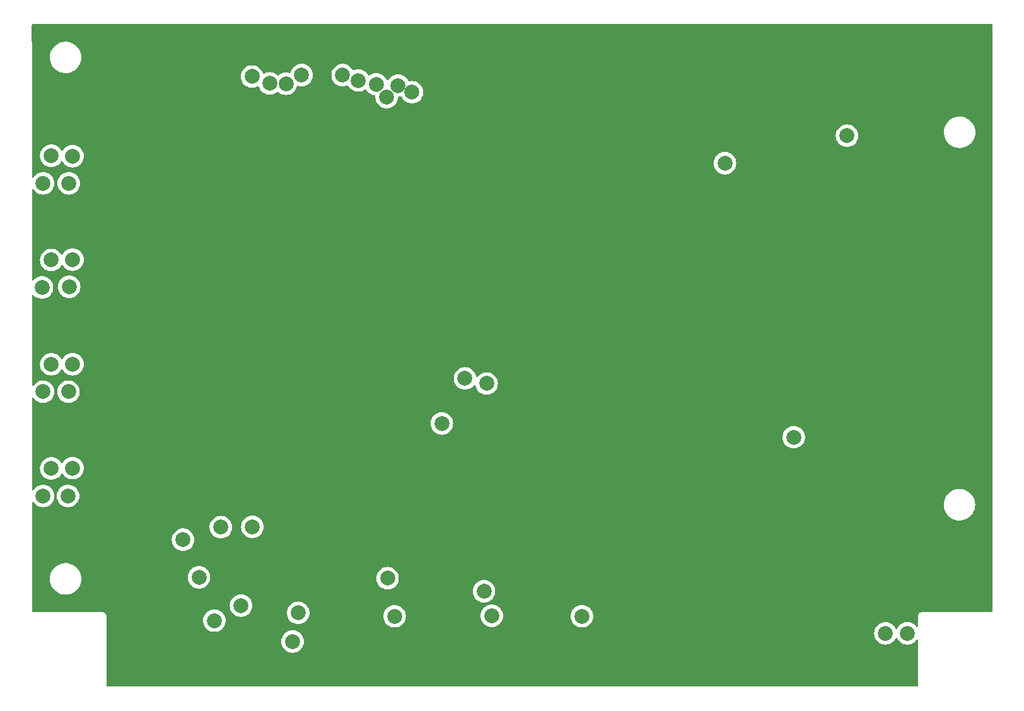
<source format=gbr>
%TF.GenerationSoftware,KiCad,Pcbnew,(6.0.10)*%
%TF.CreationDate,2023-01-06T10:23:14+00:00*%
%TF.ProjectId,Coverboard,436f7665-7262-46f6-9172-642e6b696361,rev?*%
%TF.SameCoordinates,Original*%
%TF.FileFunction,Copper,L1,Top*%
%TF.FilePolarity,Positive*%
%FSLAX46Y46*%
G04 Gerber Fmt 4.6, Leading zero omitted, Abs format (unit mm)*
G04 Created by KiCad (PCBNEW (6.0.10)) date 2023-01-06 10:23:14*
%MOMM*%
%LPD*%
G01*
G04 APERTURE LIST*
%TA.AperFunction,ComponentPad*%
%ADD10C,2.000000*%
%TD*%
G04 APERTURE END LIST*
D10*
%TO.P,H18,1,1*%
%TO.N,unconnected-(H18-Pad1)*%
X110689975Y-132409975D03*
%TD*%
%TO.P,H5,1,1*%
%TO.N,unconnected-(H5-Pad1)*%
X128854323Y-62380000D03*
%TD*%
%TO.P,H45,1,1*%
%TO.N,unconnected-(H45-Pad1)*%
X143660000Y-102590000D03*
%TD*%
%TO.P,H3,1,1*%
%TO.N,unconnected-(H3-Pad1)*%
X84110000Y-103690000D03*
%TD*%
%TO.P,H27,1,1*%
%TO.N,unconnected-(H27-Pad1)*%
X85210000Y-113990000D03*
%TD*%
%TO.P,H9,1,1*%
%TO.N,unconnected-(H9-Pad1)*%
X130240014Y-64110001D03*
%TD*%
%TO.P,H47,1,1*%
%TO.N,unconnected-(H47-Pad1)*%
X88060000Y-113940000D03*
%TD*%
%TO.P,H10,1,1*%
%TO.N,unconnected-(H10-Pad1)*%
X192060000Y-69290000D03*
%TD*%
%TO.P,H46,1,1*%
%TO.N,unconnected-(H46-Pad1)*%
X87460000Y-117690000D03*
%TD*%
%TO.P,H40,1,1*%
%TO.N,unconnected-(H40-Pad1)*%
X130360000Y-128740000D03*
%TD*%
%TO.P,H44,1,1*%
%TO.N,unconnected-(H44-Pad1)*%
X102899987Y-123559999D03*
%TD*%
%TO.P,H39,1,1*%
%TO.N,unconnected-(H39-Pad1)*%
X200160000Y-136140000D03*
%TD*%
%TO.P,H12,1,1*%
%TO.N,unconnected-(H12-Pad1)*%
X114529982Y-62280031D03*
%TD*%
%TO.P,H2,1,1*%
%TO.N,unconnected-(H2-Pad1)*%
X143310000Y-130490000D03*
%TD*%
%TO.P,H26,1,1*%
%TO.N,unconnected-(H26-Pad1)*%
X118360000Y-133390000D03*
%TD*%
%TO.P,H17,1,1*%
%TO.N,unconnected-(H17-Pad1)*%
X87510000Y-103690000D03*
%TD*%
%TO.P,H43,1,1*%
%TO.N,unconnected-(H43-Pad1)*%
X107968652Y-121874320D03*
%TD*%
%TO.P,H6,1,1*%
%TO.N,unconnected-(H6-Pad1)*%
X88060000Y-85940000D03*
%TD*%
%TO.P,H14,1,1*%
%TO.N,unconnected-(H14-Pad1)*%
X88060000Y-99990000D03*
%TD*%
%TO.P,H35,1,1*%
%TO.N,unconnected-(H35-Pad1)*%
X105038598Y-128617851D03*
%TD*%
%TO.P,H8,1,1*%
%TO.N,unconnected-(H8-Pad1)*%
X184910000Y-109790000D03*
%TD*%
%TO.P,H23,1,1*%
%TO.N,unconnected-(H23-Pad1)*%
X124330031Y-61159999D03*
%TD*%
%TO.P,H21,1,1*%
%TO.N,unconnected-(H21-Pad1)*%
X197210000Y-136140000D03*
%TD*%
%TO.P,H15,1,1*%
%TO.N,unconnected-(H15-Pad1)*%
X117610000Y-137240000D03*
%TD*%
%TO.P,H4,1,1*%
%TO.N,unconnected-(H4-Pad1)*%
X85210000Y-71990000D03*
%TD*%
%TO.P,H38,1,1*%
%TO.N,unconnected-(H38-Pad1)*%
X83960000Y-89690000D03*
%TD*%
%TO.P,H33,1,1*%
%TO.N,unconnected-(H33-Pad1)*%
X84110000Y-117690000D03*
%TD*%
%TO.P,H30,1,1*%
%TO.N,unconnected-(H30-Pad1)*%
X85210000Y-99990000D03*
%TD*%
%TO.P,H13,1,1*%
%TO.N,unconnected-(H13-Pad1)*%
X85210000Y-85990000D03*
%TD*%
%TO.P,H42,1,1*%
%TO.N,unconnected-(H42-Pad1)*%
X88060000Y-72040000D03*
%TD*%
%TO.P,H1,1,1*%
%TO.N,unconnected-(H1-Pad1)*%
X116719994Y-62309989D03*
%TD*%
%TO.P,H11,1,1*%
%TO.N,unconnected-(H11-Pad1)*%
X156460000Y-133840000D03*
%TD*%
%TO.P,H32,1,1*%
%TO.N,unconnected-(H32-Pad1)*%
X175660000Y-72990000D03*
%TD*%
%TO.P,H24,1,1*%
%TO.N,unconnected-(H24-Pad1)*%
X84110000Y-75690000D03*
%TD*%
%TO.P,H29,1,1*%
%TO.N,unconnected-(H29-Pad1)*%
X112204970Y-121830019D03*
%TD*%
%TO.P,H41,1,1*%
%TO.N,unconnected-(H41-Pad1)*%
X144360000Y-133790000D03*
%TD*%
%TO.P,H28,1,1*%
%TO.N,unconnected-(H28-Pad1)*%
X133649987Y-63449977D03*
%TD*%
%TO.P,H16,1,1*%
%TO.N,unconnected-(H16-Pad1)*%
X140760000Y-101890000D03*
%TD*%
%TO.P,H19,1,1*%
%TO.N,unconnected-(H19-Pad1)*%
X126430016Y-61870011D03*
%TD*%
%TO.P,H34,1,1*%
%TO.N,unconnected-(H34-Pad1)*%
X131762109Y-62550000D03*
%TD*%
%TO.P,H25,1,1*%
%TO.N,unconnected-(H25-Pad1)*%
X87610000Y-89590000D03*
%TD*%
%TO.P,H31,1,1*%
%TO.N,unconnected-(H31-Pad1)*%
X112169997Y-61350001D03*
%TD*%
%TO.P,H7,1,1*%
%TO.N,unconnected-(H7-Pad1)*%
X118830000Y-61150000D03*
%TD*%
%TO.P,H37,1,1*%
%TO.N,unconnected-(H37-Pad1)*%
X87560000Y-75690000D03*
%TD*%
%TO.P,H36,1,1*%
%TO.N,unconnected-(H36-Pad1)*%
X131310000Y-133840000D03*
%TD*%
%TO.P,H20,1,1*%
%TO.N,unconnected-(H20-Pad1)*%
X107109999Y-134435023D03*
%TD*%
%TO.P,H22,1,1*%
%TO.N,unconnected-(H22-Pad1)*%
X137660000Y-107940000D03*
%TD*%
%TA.AperFunction,NonConductor*%
G36*
X211523692Y-54328546D02*
G01*
X211570189Y-54382198D01*
X211581579Y-54434532D01*
X211585956Y-89458223D01*
X211591421Y-133185484D01*
X211571427Y-133253607D01*
X211517778Y-133300107D01*
X211465421Y-133311500D01*
X202108027Y-133311500D01*
X202107131Y-133311497D01*
X202030789Y-133310954D01*
X202022157Y-133313412D01*
X202022155Y-133313412D01*
X202002037Y-133319140D01*
X201985410Y-133322681D01*
X201955813Y-133326920D01*
X201932725Y-133337418D01*
X201915088Y-133343896D01*
X201899333Y-133348382D01*
X201899329Y-133348384D01*
X201890699Y-133350841D01*
X201883108Y-133355620D01*
X201883106Y-133355621D01*
X201865409Y-133366763D01*
X201850431Y-133374835D01*
X201831388Y-133383493D01*
X201831386Y-133383494D01*
X201823218Y-133387208D01*
X201816420Y-133393065D01*
X201816419Y-133393066D01*
X201804004Y-133403763D01*
X201788891Y-133414934D01*
X201775032Y-133423659D01*
X201775029Y-133423661D01*
X201767434Y-133428443D01*
X201761483Y-133435168D01*
X201747626Y-133450825D01*
X201735520Y-133462772D01*
X201730130Y-133467417D01*
X201712873Y-133482287D01*
X201707990Y-133489821D01*
X201699082Y-133503564D01*
X201687707Y-133518534D01*
X201670905Y-133537521D01*
X201667082Y-133545643D01*
X201658179Y-133564557D01*
X201649909Y-133579429D01*
X201633648Y-133604515D01*
X201627010Y-133626711D01*
X201626381Y-133628814D01*
X201619666Y-133646371D01*
X201616762Y-133652542D01*
X201608870Y-133669308D01*
X201607481Y-133678173D01*
X201607479Y-133678178D01*
X201604242Y-133698835D01*
X201600482Y-133715417D01*
X201591914Y-133744066D01*
X201591859Y-133753037D01*
X201591704Y-133778405D01*
X201591680Y-133778984D01*
X201591540Y-133779877D01*
X201591538Y-133782347D01*
X201591510Y-133809869D01*
X201591508Y-133810513D01*
X201591401Y-133828007D01*
X201591024Y-133889721D01*
X201591350Y-133890862D01*
X201591428Y-133892009D01*
X201590168Y-135150357D01*
X201570098Y-135218458D01*
X201516396Y-135264897D01*
X201446111Y-135274930D01*
X201381560Y-135245373D01*
X201368357Y-135232062D01*
X201233177Y-135073787D01*
X201229969Y-135070031D01*
X201049416Y-134915824D01*
X201045208Y-134913245D01*
X201045202Y-134913241D01*
X200851183Y-134794346D01*
X200846963Y-134791760D01*
X200842393Y-134789867D01*
X200842389Y-134789865D01*
X200632167Y-134702789D01*
X200632165Y-134702788D01*
X200627594Y-134700895D01*
X200520575Y-134675202D01*
X200401524Y-134646620D01*
X200401518Y-134646619D01*
X200396711Y-134645465D01*
X200160000Y-134626835D01*
X199923289Y-134645465D01*
X199918482Y-134646619D01*
X199918476Y-134646620D01*
X199799425Y-134675202D01*
X199692406Y-134700895D01*
X199687835Y-134702788D01*
X199687833Y-134702789D01*
X199477611Y-134789865D01*
X199477607Y-134789867D01*
X199473037Y-134791760D01*
X199468817Y-134794346D01*
X199274798Y-134913241D01*
X199274792Y-134913245D01*
X199270584Y-134915824D01*
X199090031Y-135070031D01*
X198935824Y-135250584D01*
X198933245Y-135254792D01*
X198933241Y-135254798D01*
X198872962Y-135353165D01*
X198811760Y-135453037D01*
X198809867Y-135457607D01*
X198809863Y-135457615D01*
X198801409Y-135478026D01*
X198756861Y-135533308D01*
X198689498Y-135555729D01*
X198620707Y-135538171D01*
X198572328Y-135486210D01*
X198568591Y-135478026D01*
X198560137Y-135457615D01*
X198560133Y-135457607D01*
X198558240Y-135453037D01*
X198497038Y-135353165D01*
X198436759Y-135254798D01*
X198436755Y-135254792D01*
X198434176Y-135250584D01*
X198279969Y-135070031D01*
X198099416Y-134915824D01*
X198095208Y-134913245D01*
X198095202Y-134913241D01*
X197901183Y-134794346D01*
X197896963Y-134791760D01*
X197892393Y-134789867D01*
X197892389Y-134789865D01*
X197682167Y-134702789D01*
X197682165Y-134702788D01*
X197677594Y-134700895D01*
X197570575Y-134675202D01*
X197451524Y-134646620D01*
X197451518Y-134646619D01*
X197446711Y-134645465D01*
X197210000Y-134626835D01*
X196973289Y-134645465D01*
X196968482Y-134646619D01*
X196968476Y-134646620D01*
X196849425Y-134675202D01*
X196742406Y-134700895D01*
X196737835Y-134702788D01*
X196737833Y-134702789D01*
X196527611Y-134789865D01*
X196527607Y-134789867D01*
X196523037Y-134791760D01*
X196518817Y-134794346D01*
X196324798Y-134913241D01*
X196324792Y-134913245D01*
X196320584Y-134915824D01*
X196140031Y-135070031D01*
X195985824Y-135250584D01*
X195983245Y-135254792D01*
X195983241Y-135254798D01*
X195922962Y-135353165D01*
X195861760Y-135453037D01*
X195859867Y-135457607D01*
X195859865Y-135457611D01*
X195772789Y-135667833D01*
X195770895Y-135672406D01*
X195769740Y-135677218D01*
X195718233Y-135891760D01*
X195715465Y-135903289D01*
X195696835Y-136140000D01*
X195715465Y-136376711D01*
X195770895Y-136607594D01*
X195772788Y-136612165D01*
X195772789Y-136612167D01*
X195859864Y-136822385D01*
X195861760Y-136826963D01*
X195864346Y-136831183D01*
X195983241Y-137025202D01*
X195983245Y-137025208D01*
X195985824Y-137029416D01*
X196140031Y-137209969D01*
X196320584Y-137364176D01*
X196324792Y-137366755D01*
X196324798Y-137366759D01*
X196518817Y-137485654D01*
X196523037Y-137488240D01*
X196527607Y-137490133D01*
X196527611Y-137490135D01*
X196737833Y-137577211D01*
X196742406Y-137579105D01*
X196822609Y-137598360D01*
X196968476Y-137633380D01*
X196968482Y-137633381D01*
X196973289Y-137634535D01*
X197210000Y-137653165D01*
X197446711Y-137634535D01*
X197451518Y-137633381D01*
X197451524Y-137633380D01*
X197597391Y-137598360D01*
X197677594Y-137579105D01*
X197682167Y-137577211D01*
X197892389Y-137490135D01*
X197892393Y-137490133D01*
X197896963Y-137488240D01*
X197901183Y-137485654D01*
X198095202Y-137366759D01*
X198095208Y-137366755D01*
X198099416Y-137364176D01*
X198279969Y-137209969D01*
X198434176Y-137029416D01*
X198436755Y-137025208D01*
X198436759Y-137025202D01*
X198555654Y-136831183D01*
X198558240Y-136826963D01*
X198560135Y-136822389D01*
X198560137Y-136822385D01*
X198568591Y-136801974D01*
X198613139Y-136746692D01*
X198680502Y-136724271D01*
X198749293Y-136741829D01*
X198797672Y-136793790D01*
X198801409Y-136801974D01*
X198809863Y-136822385D01*
X198809865Y-136822389D01*
X198811760Y-136826963D01*
X198814346Y-136831183D01*
X198933241Y-137025202D01*
X198933245Y-137025208D01*
X198935824Y-137029416D01*
X199090031Y-137209969D01*
X199270584Y-137364176D01*
X199274792Y-137366755D01*
X199274798Y-137366759D01*
X199468817Y-137485654D01*
X199473037Y-137488240D01*
X199477607Y-137490133D01*
X199477611Y-137490135D01*
X199687833Y-137577211D01*
X199692406Y-137579105D01*
X199772609Y-137598360D01*
X199918476Y-137633380D01*
X199918482Y-137633381D01*
X199923289Y-137634535D01*
X200160000Y-137653165D01*
X200396711Y-137634535D01*
X200401518Y-137633381D01*
X200401524Y-137633380D01*
X200547391Y-137598360D01*
X200627594Y-137579105D01*
X200632167Y-137577211D01*
X200842389Y-137490135D01*
X200842393Y-137490133D01*
X200846963Y-137488240D01*
X200851183Y-137485654D01*
X201045202Y-137366759D01*
X201045208Y-137366755D01*
X201049416Y-137364176D01*
X201229969Y-137209969D01*
X201366372Y-137050261D01*
X201425824Y-137011452D01*
X201496818Y-137010946D01*
X201556817Y-137048902D01*
X201586770Y-137113271D01*
X201588184Y-137132218D01*
X201582135Y-143175626D01*
X201562065Y-143243727D01*
X201508363Y-143290166D01*
X201456135Y-143301500D01*
X92743865Y-143301500D01*
X92675744Y-143281498D01*
X92629251Y-143227842D01*
X92617865Y-143175626D01*
X92611924Y-137240000D01*
X116096835Y-137240000D01*
X116115465Y-137476711D01*
X116116619Y-137481518D01*
X116116620Y-137481524D01*
X116140325Y-137580260D01*
X116170895Y-137707594D01*
X116261760Y-137926963D01*
X116264346Y-137931183D01*
X116383241Y-138125202D01*
X116383245Y-138125208D01*
X116385824Y-138129416D01*
X116540031Y-138309969D01*
X116720584Y-138464176D01*
X116724792Y-138466755D01*
X116724798Y-138466759D01*
X116918817Y-138585654D01*
X116923037Y-138588240D01*
X116927607Y-138590133D01*
X116927611Y-138590135D01*
X117137833Y-138677211D01*
X117142406Y-138679105D01*
X117222609Y-138698360D01*
X117368476Y-138733380D01*
X117368482Y-138733381D01*
X117373289Y-138734535D01*
X117610000Y-138753165D01*
X117846711Y-138734535D01*
X117851518Y-138733381D01*
X117851524Y-138733380D01*
X117997391Y-138698360D01*
X118077594Y-138679105D01*
X118082167Y-138677211D01*
X118292389Y-138590135D01*
X118292393Y-138590133D01*
X118296963Y-138588240D01*
X118301183Y-138585654D01*
X118495202Y-138466759D01*
X118495208Y-138466755D01*
X118499416Y-138464176D01*
X118679969Y-138309969D01*
X118834176Y-138129416D01*
X118836755Y-138125208D01*
X118836759Y-138125202D01*
X118955654Y-137931183D01*
X118958240Y-137926963D01*
X119049105Y-137707594D01*
X119079675Y-137580260D01*
X119103380Y-137481524D01*
X119103381Y-137481518D01*
X119104535Y-137476711D01*
X119123165Y-137240000D01*
X119104535Y-137003289D01*
X119049105Y-136772406D01*
X118991259Y-136632752D01*
X118960135Y-136557611D01*
X118960133Y-136557607D01*
X118958240Y-136553037D01*
X118900050Y-136458080D01*
X118836759Y-136354798D01*
X118836755Y-136354792D01*
X118834176Y-136350584D01*
X118679969Y-136170031D01*
X118499416Y-136015824D01*
X118495208Y-136013245D01*
X118495202Y-136013241D01*
X118301183Y-135894346D01*
X118296963Y-135891760D01*
X118292393Y-135889867D01*
X118292389Y-135889865D01*
X118082167Y-135802789D01*
X118082165Y-135802788D01*
X118077594Y-135800895D01*
X117993380Y-135780677D01*
X117851524Y-135746620D01*
X117851518Y-135746619D01*
X117846711Y-135745465D01*
X117610000Y-135726835D01*
X117373289Y-135745465D01*
X117368482Y-135746619D01*
X117368476Y-135746620D01*
X117226620Y-135780677D01*
X117142406Y-135800895D01*
X117137835Y-135802788D01*
X117137833Y-135802789D01*
X116927611Y-135889865D01*
X116927607Y-135889867D01*
X116923037Y-135891760D01*
X116918817Y-135894346D01*
X116724798Y-136013241D01*
X116724792Y-136013245D01*
X116720584Y-136015824D01*
X116540031Y-136170031D01*
X116385824Y-136350584D01*
X116383245Y-136354792D01*
X116383241Y-136354798D01*
X116319950Y-136458080D01*
X116261760Y-136553037D01*
X116259867Y-136557607D01*
X116259865Y-136557611D01*
X116228741Y-136632752D01*
X116170895Y-136772406D01*
X116115465Y-137003289D01*
X116096835Y-137240000D01*
X92611924Y-137240000D01*
X92609116Y-134435023D01*
X105596834Y-134435023D01*
X105615464Y-134671734D01*
X105616618Y-134676541D01*
X105616619Y-134676547D01*
X105643825Y-134789865D01*
X105670894Y-134902617D01*
X105672787Y-134907188D01*
X105672788Y-134907190D01*
X105740239Y-135070031D01*
X105761759Y-135121986D01*
X105764345Y-135126206D01*
X105883240Y-135320225D01*
X105883244Y-135320231D01*
X105885823Y-135324439D01*
X106040030Y-135504992D01*
X106220583Y-135659199D01*
X106224791Y-135661778D01*
X106224797Y-135661782D01*
X106363240Y-135746620D01*
X106423036Y-135783263D01*
X106427606Y-135785156D01*
X106427610Y-135785158D01*
X106637832Y-135872234D01*
X106642405Y-135874128D01*
X106715848Y-135891760D01*
X106868475Y-135928403D01*
X106868481Y-135928404D01*
X106873288Y-135929558D01*
X107109999Y-135948188D01*
X107346710Y-135929558D01*
X107351517Y-135928404D01*
X107351523Y-135928403D01*
X107504150Y-135891760D01*
X107577593Y-135874128D01*
X107582166Y-135872234D01*
X107792388Y-135785158D01*
X107792392Y-135785156D01*
X107796962Y-135783263D01*
X107856758Y-135746620D01*
X107995201Y-135661782D01*
X107995207Y-135661778D01*
X107999415Y-135659199D01*
X108179968Y-135504992D01*
X108334175Y-135324439D01*
X108336754Y-135320231D01*
X108336758Y-135320225D01*
X108455653Y-135126206D01*
X108458239Y-135121986D01*
X108479760Y-135070031D01*
X108547210Y-134907190D01*
X108547211Y-134907188D01*
X108549104Y-134902617D01*
X108576173Y-134789865D01*
X108603379Y-134676547D01*
X108603380Y-134676541D01*
X108604534Y-134671734D01*
X108623164Y-134435023D01*
X108604534Y-134198312D01*
X108549104Y-133967429D01*
X108530759Y-133923140D01*
X108460134Y-133752634D01*
X108460132Y-133752630D01*
X108458239Y-133748060D01*
X108438243Y-133715429D01*
X108336758Y-133549821D01*
X108336754Y-133549815D01*
X108334175Y-133545607D01*
X108185309Y-133371307D01*
X108183176Y-133368810D01*
X108179968Y-133365054D01*
X107999415Y-133210847D01*
X107995207Y-133208268D01*
X107995201Y-133208264D01*
X107801182Y-133089369D01*
X107796962Y-133086783D01*
X107792392Y-133084890D01*
X107792388Y-133084888D01*
X107582166Y-132997812D01*
X107582164Y-132997811D01*
X107577593Y-132995918D01*
X107497390Y-132976663D01*
X107351523Y-132941643D01*
X107351517Y-132941642D01*
X107346710Y-132940488D01*
X107109999Y-132921858D01*
X106873288Y-132940488D01*
X106868481Y-132941642D01*
X106868475Y-132941643D01*
X106722608Y-132976663D01*
X106642405Y-132995918D01*
X106637834Y-132997811D01*
X106637832Y-132997812D01*
X106427610Y-133084888D01*
X106427606Y-133084890D01*
X106423036Y-133086783D01*
X106418816Y-133089369D01*
X106224797Y-133208264D01*
X106224791Y-133208268D01*
X106220583Y-133210847D01*
X106040030Y-133365054D01*
X106036822Y-133368810D01*
X106034689Y-133371307D01*
X105885823Y-133545607D01*
X105883244Y-133549815D01*
X105883240Y-133549821D01*
X105781755Y-133715429D01*
X105761759Y-133748060D01*
X105759866Y-133752630D01*
X105759864Y-133752634D01*
X105689239Y-133923140D01*
X105670894Y-133967429D01*
X105615464Y-134198312D01*
X105596834Y-134435023D01*
X92609116Y-134435023D01*
X92608508Y-133827140D01*
X92608511Y-133826119D01*
X92608982Y-133759767D01*
X92609046Y-133750789D01*
X92600771Y-133721727D01*
X92597247Y-133705218D01*
X92596327Y-133698835D01*
X92592935Y-133675319D01*
X92582549Y-133652538D01*
X92576017Y-133634782D01*
X92571618Y-133619333D01*
X92571616Y-133619329D01*
X92569159Y-133610699D01*
X92553067Y-133585137D01*
X92545051Y-133570281D01*
X92536239Y-133550952D01*
X92536237Y-133550948D01*
X92532515Y-133542785D01*
X92516152Y-133523833D01*
X92504896Y-133508621D01*
X92496339Y-133495029D01*
X92496337Y-133495026D01*
X92491557Y-133487434D01*
X92468929Y-133467409D01*
X92457075Y-133455409D01*
X92437325Y-133432535D01*
X92416300Y-133418937D01*
X92401227Y-133407496D01*
X92389202Y-133396854D01*
X92389199Y-133396852D01*
X92382479Y-133390905D01*
X92374356Y-133387082D01*
X92374354Y-133387080D01*
X92355152Y-133378041D01*
X92340389Y-133369841D01*
X92322559Y-133358310D01*
X92322558Y-133358310D01*
X92315018Y-133353433D01*
X92306418Y-133350870D01*
X92306415Y-133350869D01*
X92291017Y-133346281D01*
X92273339Y-133339530D01*
X92258812Y-133332692D01*
X92258811Y-133332692D01*
X92250692Y-133328870D01*
X92241828Y-133327481D01*
X92241826Y-133327480D01*
X92227495Y-133325234D01*
X92220851Y-133324193D01*
X92204383Y-133320466D01*
X92184029Y-133314401D01*
X92184024Y-133314400D01*
X92175425Y-133311838D01*
X92166451Y-133311792D01*
X92166449Y-133311792D01*
X92157313Y-133311746D01*
X92141195Y-133311664D01*
X92140805Y-133311647D01*
X92140123Y-133311540D01*
X92138199Y-133311538D01*
X92138198Y-133311538D01*
X92111624Y-133311511D01*
X92111109Y-133311509D01*
X92032567Y-133311108D01*
X92032563Y-133311108D01*
X92029770Y-133311094D01*
X92028833Y-133311362D01*
X92027883Y-133311427D01*
X83903934Y-133303296D01*
X82744216Y-133302135D01*
X82676115Y-133282065D01*
X82629676Y-133228363D01*
X82618342Y-133176167D01*
X82618150Y-132409975D01*
X109176810Y-132409975D01*
X109195440Y-132646686D01*
X109196594Y-132651493D01*
X109196595Y-132651499D01*
X109213950Y-132723787D01*
X109250870Y-132877569D01*
X109252763Y-132882140D01*
X109252764Y-132882142D01*
X109338600Y-133089369D01*
X109341735Y-133096938D01*
X109344321Y-133101158D01*
X109463216Y-133295177D01*
X109463220Y-133295183D01*
X109465799Y-133299391D01*
X109620006Y-133479944D01*
X109800559Y-133634151D01*
X109804767Y-133636730D01*
X109804773Y-133636734D01*
X109933192Y-133715429D01*
X110003012Y-133758215D01*
X110007582Y-133760108D01*
X110007586Y-133760110D01*
X110217808Y-133847186D01*
X110222381Y-133849080D01*
X110302584Y-133868335D01*
X110448451Y-133903355D01*
X110448457Y-133903356D01*
X110453264Y-133904510D01*
X110689975Y-133923140D01*
X110926686Y-133904510D01*
X110931493Y-133903356D01*
X110931499Y-133903355D01*
X111077366Y-133868335D01*
X111157569Y-133849080D01*
X111162142Y-133847186D01*
X111372364Y-133760110D01*
X111372368Y-133760108D01*
X111376938Y-133758215D01*
X111446758Y-133715429D01*
X111575177Y-133636734D01*
X111575183Y-133636730D01*
X111579391Y-133634151D01*
X111759944Y-133479944D01*
X111836764Y-133390000D01*
X116846835Y-133390000D01*
X116865465Y-133626711D01*
X116866619Y-133631518D01*
X116866620Y-133631524D01*
X116891576Y-133735472D01*
X116920895Y-133857594D01*
X116922788Y-133862165D01*
X116922789Y-133862167D01*
X116992939Y-134031524D01*
X117011760Y-134076963D01*
X117014346Y-134081183D01*
X117133241Y-134275202D01*
X117133245Y-134275208D01*
X117135824Y-134279416D01*
X117290031Y-134459969D01*
X117470584Y-134614176D01*
X117474792Y-134616755D01*
X117474798Y-134616759D01*
X117651761Y-134725202D01*
X117673037Y-134738240D01*
X117677607Y-134740133D01*
X117677611Y-134740135D01*
X117887833Y-134827211D01*
X117892406Y-134829105D01*
X117972609Y-134848360D01*
X118118476Y-134883380D01*
X118118482Y-134883381D01*
X118123289Y-134884535D01*
X118360000Y-134903165D01*
X118596711Y-134884535D01*
X118601518Y-134883381D01*
X118601524Y-134883380D01*
X118747391Y-134848360D01*
X118827594Y-134829105D01*
X118832167Y-134827211D01*
X119042389Y-134740135D01*
X119042393Y-134740133D01*
X119046963Y-134738240D01*
X119068239Y-134725202D01*
X119245202Y-134616759D01*
X119245208Y-134616755D01*
X119249416Y-134614176D01*
X119429969Y-134459969D01*
X119584176Y-134279416D01*
X119586755Y-134275208D01*
X119586759Y-134275202D01*
X119705654Y-134081183D01*
X119708240Y-134076963D01*
X119727062Y-134031524D01*
X119797211Y-133862167D01*
X119797212Y-133862165D01*
X119799105Y-133857594D01*
X119803329Y-133840000D01*
X129796835Y-133840000D01*
X129815465Y-134076711D01*
X129816619Y-134081518D01*
X129816620Y-134081524D01*
X129843503Y-134193499D01*
X129870895Y-134307594D01*
X129872788Y-134312165D01*
X129872789Y-134312167D01*
X129932455Y-134456213D01*
X129961760Y-134526963D01*
X129964346Y-134531183D01*
X130083241Y-134725202D01*
X130083245Y-134725208D01*
X130085824Y-134729416D01*
X130240031Y-134909969D01*
X130420584Y-135064176D01*
X130424792Y-135066755D01*
X130424798Y-135066759D01*
X130544537Y-135140135D01*
X130623037Y-135188240D01*
X130627607Y-135190133D01*
X130627611Y-135190135D01*
X130837833Y-135277211D01*
X130842406Y-135279105D01*
X130922609Y-135298360D01*
X131068476Y-135333380D01*
X131068482Y-135333381D01*
X131073289Y-135334535D01*
X131310000Y-135353165D01*
X131546711Y-135334535D01*
X131551518Y-135333381D01*
X131551524Y-135333380D01*
X131697391Y-135298360D01*
X131777594Y-135279105D01*
X131782167Y-135277211D01*
X131992389Y-135190135D01*
X131992393Y-135190133D01*
X131996963Y-135188240D01*
X132075463Y-135140135D01*
X132195202Y-135066759D01*
X132195208Y-135066755D01*
X132199416Y-135064176D01*
X132379969Y-134909969D01*
X132534176Y-134729416D01*
X132536755Y-134725208D01*
X132536759Y-134725202D01*
X132655654Y-134531183D01*
X132658240Y-134526963D01*
X132687546Y-134456213D01*
X132747211Y-134312167D01*
X132747212Y-134312165D01*
X132749105Y-134307594D01*
X132776497Y-134193499D01*
X132803380Y-134081524D01*
X132803381Y-134081518D01*
X132804535Y-134076711D01*
X132823165Y-133840000D01*
X132819230Y-133790000D01*
X142846835Y-133790000D01*
X142865465Y-134026711D01*
X142866619Y-134031518D01*
X142866620Y-134031524D01*
X142901640Y-134177391D01*
X142920895Y-134257594D01*
X142922788Y-134262165D01*
X142922789Y-134262167D01*
X143006050Y-134463177D01*
X143011760Y-134476963D01*
X143014346Y-134481183D01*
X143133241Y-134675202D01*
X143133245Y-134675208D01*
X143135824Y-134679416D01*
X143290031Y-134859969D01*
X143470584Y-135014176D01*
X143474792Y-135016755D01*
X143474798Y-135016759D01*
X143639049Y-135117412D01*
X143673037Y-135138240D01*
X143677607Y-135140133D01*
X143677611Y-135140135D01*
X143887833Y-135227211D01*
X143892406Y-135229105D01*
X143960167Y-135245373D01*
X144118476Y-135283380D01*
X144118482Y-135283381D01*
X144123289Y-135284535D01*
X144360000Y-135303165D01*
X144596711Y-135284535D01*
X144601518Y-135283381D01*
X144601524Y-135283380D01*
X144759833Y-135245373D01*
X144827594Y-135229105D01*
X144832167Y-135227211D01*
X145042389Y-135140135D01*
X145042393Y-135140133D01*
X145046963Y-135138240D01*
X145080951Y-135117412D01*
X145245202Y-135016759D01*
X145245208Y-135016755D01*
X145249416Y-135014176D01*
X145429969Y-134859969D01*
X145584176Y-134679416D01*
X145586755Y-134675208D01*
X145586759Y-134675202D01*
X145705654Y-134481183D01*
X145708240Y-134476963D01*
X145713951Y-134463177D01*
X145797211Y-134262167D01*
X145797212Y-134262165D01*
X145799105Y-134257594D01*
X145818360Y-134177391D01*
X145853380Y-134031524D01*
X145853381Y-134031518D01*
X145854535Y-134026711D01*
X145869230Y-133840000D01*
X154946835Y-133840000D01*
X154965465Y-134076711D01*
X154966619Y-134081518D01*
X154966620Y-134081524D01*
X154993503Y-134193499D01*
X155020895Y-134307594D01*
X155022788Y-134312165D01*
X155022789Y-134312167D01*
X155082455Y-134456213D01*
X155111760Y-134526963D01*
X155114346Y-134531183D01*
X155233241Y-134725202D01*
X155233245Y-134725208D01*
X155235824Y-134729416D01*
X155390031Y-134909969D01*
X155570584Y-135064176D01*
X155574792Y-135066755D01*
X155574798Y-135066759D01*
X155694537Y-135140135D01*
X155773037Y-135188240D01*
X155777607Y-135190133D01*
X155777611Y-135190135D01*
X155987833Y-135277211D01*
X155992406Y-135279105D01*
X156072609Y-135298360D01*
X156218476Y-135333380D01*
X156218482Y-135333381D01*
X156223289Y-135334535D01*
X156460000Y-135353165D01*
X156696711Y-135334535D01*
X156701518Y-135333381D01*
X156701524Y-135333380D01*
X156847391Y-135298360D01*
X156927594Y-135279105D01*
X156932167Y-135277211D01*
X157142389Y-135190135D01*
X157142393Y-135190133D01*
X157146963Y-135188240D01*
X157225463Y-135140135D01*
X157345202Y-135066759D01*
X157345208Y-135066755D01*
X157349416Y-135064176D01*
X157529969Y-134909969D01*
X157684176Y-134729416D01*
X157686755Y-134725208D01*
X157686759Y-134725202D01*
X157805654Y-134531183D01*
X157808240Y-134526963D01*
X157837546Y-134456213D01*
X157897211Y-134312167D01*
X157897212Y-134312165D01*
X157899105Y-134307594D01*
X157926497Y-134193499D01*
X157953380Y-134081524D01*
X157953381Y-134081518D01*
X157954535Y-134076711D01*
X157973165Y-133840000D01*
X157954535Y-133603289D01*
X157950178Y-133585137D01*
X157917932Y-133450825D01*
X157899105Y-133372406D01*
X157893266Y-133358310D01*
X157810135Y-133157611D01*
X157810133Y-133157607D01*
X157808240Y-133153037D01*
X157777600Y-133103037D01*
X157686759Y-132954798D01*
X157686755Y-132954792D01*
X157684176Y-132950584D01*
X157529969Y-132770031D01*
X157349416Y-132615824D01*
X157345208Y-132613245D01*
X157345202Y-132613241D01*
X157151183Y-132494346D01*
X157146963Y-132491760D01*
X157142393Y-132489867D01*
X157142389Y-132489865D01*
X156932167Y-132402789D01*
X156932165Y-132402788D01*
X156927594Y-132400895D01*
X156847391Y-132381640D01*
X156701524Y-132346620D01*
X156701518Y-132346619D01*
X156696711Y-132345465D01*
X156460000Y-132326835D01*
X156223289Y-132345465D01*
X156218482Y-132346619D01*
X156218476Y-132346620D01*
X156072609Y-132381640D01*
X155992406Y-132400895D01*
X155987835Y-132402788D01*
X155987833Y-132402789D01*
X155777611Y-132489865D01*
X155777607Y-132489867D01*
X155773037Y-132491760D01*
X155768817Y-132494346D01*
X155574798Y-132613241D01*
X155574792Y-132613245D01*
X155570584Y-132615824D01*
X155390031Y-132770031D01*
X155235824Y-132950584D01*
X155233245Y-132954792D01*
X155233241Y-132954798D01*
X155142400Y-133103037D01*
X155111760Y-133153037D01*
X155109867Y-133157607D01*
X155109865Y-133157611D01*
X155026734Y-133358310D01*
X155020895Y-133372406D01*
X155002068Y-133450825D01*
X154969823Y-133585137D01*
X154965465Y-133603289D01*
X154946835Y-133840000D01*
X145869230Y-133840000D01*
X145873165Y-133790000D01*
X145854535Y-133553289D01*
X145852700Y-133545643D01*
X145811692Y-133374835D01*
X145799105Y-133322406D01*
X145794604Y-133311540D01*
X145710135Y-133107611D01*
X145710133Y-133107607D01*
X145708240Y-133103037D01*
X145699864Y-133089369D01*
X145586759Y-132904798D01*
X145586755Y-132904792D01*
X145584176Y-132900584D01*
X145429969Y-132720031D01*
X145249416Y-132565824D01*
X145245208Y-132563245D01*
X145245202Y-132563241D01*
X145051183Y-132444346D01*
X145046963Y-132441760D01*
X145042393Y-132439867D01*
X145042389Y-132439865D01*
X144832167Y-132352789D01*
X144832165Y-132352788D01*
X144827594Y-132350895D01*
X144714681Y-132323787D01*
X144601524Y-132296620D01*
X144601518Y-132296619D01*
X144596711Y-132295465D01*
X144360000Y-132276835D01*
X144123289Y-132295465D01*
X144118482Y-132296619D01*
X144118476Y-132296620D01*
X144005319Y-132323787D01*
X143892406Y-132350895D01*
X143887835Y-132352788D01*
X143887833Y-132352789D01*
X143677611Y-132439865D01*
X143677607Y-132439867D01*
X143673037Y-132441760D01*
X143668817Y-132444346D01*
X143474798Y-132563241D01*
X143474792Y-132563245D01*
X143470584Y-132565824D01*
X143290031Y-132720031D01*
X143135824Y-132900584D01*
X143133245Y-132904792D01*
X143133241Y-132904798D01*
X143020136Y-133089369D01*
X143011760Y-133103037D01*
X143009867Y-133107607D01*
X143009865Y-133107611D01*
X142925396Y-133311540D01*
X142920895Y-133322406D01*
X142908308Y-133374835D01*
X142867301Y-133545643D01*
X142865465Y-133553289D01*
X142846835Y-133790000D01*
X132819230Y-133790000D01*
X132804535Y-133603289D01*
X132800178Y-133585137D01*
X132767932Y-133450825D01*
X132749105Y-133372406D01*
X132743266Y-133358310D01*
X132660135Y-133157611D01*
X132660133Y-133157607D01*
X132658240Y-133153037D01*
X132627600Y-133103037D01*
X132536759Y-132954798D01*
X132536755Y-132954792D01*
X132534176Y-132950584D01*
X132379969Y-132770031D01*
X132199416Y-132615824D01*
X132195208Y-132613245D01*
X132195202Y-132613241D01*
X132001183Y-132494346D01*
X131996963Y-132491760D01*
X131992393Y-132489867D01*
X131992389Y-132489865D01*
X131782167Y-132402789D01*
X131782165Y-132402788D01*
X131777594Y-132400895D01*
X131697391Y-132381640D01*
X131551524Y-132346620D01*
X131551518Y-132346619D01*
X131546711Y-132345465D01*
X131310000Y-132326835D01*
X131073289Y-132345465D01*
X131068482Y-132346619D01*
X131068476Y-132346620D01*
X130922609Y-132381640D01*
X130842406Y-132400895D01*
X130837835Y-132402788D01*
X130837833Y-132402789D01*
X130627611Y-132489865D01*
X130627607Y-132489867D01*
X130623037Y-132491760D01*
X130618817Y-132494346D01*
X130424798Y-132613241D01*
X130424792Y-132613245D01*
X130420584Y-132615824D01*
X130240031Y-132770031D01*
X130085824Y-132950584D01*
X130083245Y-132954792D01*
X130083241Y-132954798D01*
X129992400Y-133103037D01*
X129961760Y-133153037D01*
X129959867Y-133157607D01*
X129959865Y-133157611D01*
X129876734Y-133358310D01*
X129870895Y-133372406D01*
X129852068Y-133450825D01*
X129819823Y-133585137D01*
X129815465Y-133603289D01*
X129796835Y-133840000D01*
X119803329Y-133840000D01*
X119828424Y-133735472D01*
X119853380Y-133631524D01*
X119853381Y-133631518D01*
X119854535Y-133626711D01*
X119873165Y-133390000D01*
X119854535Y-133153289D01*
X119842020Y-133101158D01*
X119816476Y-132994763D01*
X119799105Y-132922406D01*
X119778540Y-132872757D01*
X119710135Y-132707611D01*
X119710133Y-132707607D01*
X119708240Y-132703037D01*
X119673708Y-132646686D01*
X119586759Y-132504798D01*
X119586755Y-132504792D01*
X119584176Y-132500584D01*
X119429969Y-132320031D01*
X119249416Y-132165824D01*
X119245208Y-132163245D01*
X119245202Y-132163241D01*
X119051183Y-132044346D01*
X119046963Y-132041760D01*
X119042393Y-132039867D01*
X119042389Y-132039865D01*
X118832167Y-131952789D01*
X118832165Y-131952788D01*
X118827594Y-131950895D01*
X118728943Y-131927211D01*
X118601524Y-131896620D01*
X118601518Y-131896619D01*
X118596711Y-131895465D01*
X118360000Y-131876835D01*
X118123289Y-131895465D01*
X118118482Y-131896619D01*
X118118476Y-131896620D01*
X117991057Y-131927211D01*
X117892406Y-131950895D01*
X117887835Y-131952788D01*
X117887833Y-131952789D01*
X117677611Y-132039865D01*
X117677607Y-132039867D01*
X117673037Y-132041760D01*
X117668817Y-132044346D01*
X117474798Y-132163241D01*
X117474792Y-132163245D01*
X117470584Y-132165824D01*
X117290031Y-132320031D01*
X117135824Y-132500584D01*
X117133245Y-132504792D01*
X117133241Y-132504798D01*
X117046292Y-132646686D01*
X117011760Y-132703037D01*
X117009867Y-132707607D01*
X117009865Y-132707611D01*
X116941460Y-132872757D01*
X116920895Y-132922406D01*
X116903524Y-132994763D01*
X116877981Y-133101158D01*
X116865465Y-133153289D01*
X116846835Y-133390000D01*
X111836764Y-133390000D01*
X111914151Y-133299391D01*
X111916730Y-133295183D01*
X111916734Y-133295177D01*
X112035629Y-133101158D01*
X112038215Y-133096938D01*
X112041351Y-133089369D01*
X112127186Y-132882142D01*
X112127187Y-132882140D01*
X112129080Y-132877569D01*
X112166000Y-132723787D01*
X112183355Y-132651499D01*
X112183356Y-132651493D01*
X112184510Y-132646686D01*
X112203140Y-132409975D01*
X112184510Y-132173264D01*
X112129080Y-131942381D01*
X112127186Y-131937808D01*
X112040110Y-131727586D01*
X112040108Y-131727582D01*
X112038215Y-131723012D01*
X112030833Y-131710965D01*
X111916734Y-131524773D01*
X111916730Y-131524767D01*
X111914151Y-131520559D01*
X111759944Y-131340006D01*
X111579391Y-131185799D01*
X111575183Y-131183220D01*
X111575177Y-131183216D01*
X111381158Y-131064321D01*
X111376938Y-131061735D01*
X111372368Y-131059842D01*
X111372364Y-131059840D01*
X111162142Y-130972764D01*
X111162140Y-130972763D01*
X111157569Y-130970870D01*
X111077366Y-130951615D01*
X110931499Y-130916595D01*
X110931493Y-130916594D01*
X110926686Y-130915440D01*
X110689975Y-130896810D01*
X110453264Y-130915440D01*
X110448457Y-130916594D01*
X110448451Y-130916595D01*
X110302584Y-130951615D01*
X110222381Y-130970870D01*
X110217810Y-130972763D01*
X110217808Y-130972764D01*
X110007586Y-131059840D01*
X110007582Y-131059842D01*
X110003012Y-131061735D01*
X109998792Y-131064321D01*
X109804773Y-131183216D01*
X109804767Y-131183220D01*
X109800559Y-131185799D01*
X109620006Y-131340006D01*
X109465799Y-131520559D01*
X109463220Y-131524767D01*
X109463216Y-131524773D01*
X109349117Y-131710965D01*
X109341735Y-131723012D01*
X109339842Y-131727582D01*
X109339840Y-131727586D01*
X109252764Y-131937808D01*
X109250870Y-131942381D01*
X109195440Y-132173264D01*
X109176810Y-132409975D01*
X82618150Y-132409975D01*
X82617247Y-128797869D01*
X85006689Y-128797869D01*
X85023238Y-129084883D01*
X85024063Y-129089088D01*
X85024064Y-129089096D01*
X85046369Y-129202782D01*
X85078586Y-129366995D01*
X85079973Y-129371045D01*
X85079974Y-129371050D01*
X85168433Y-129629416D01*
X85171710Y-129638986D01*
X85200265Y-129695761D01*
X85261310Y-129817135D01*
X85300885Y-129895822D01*
X85463721Y-130132750D01*
X85657206Y-130345388D01*
X85660501Y-130348143D01*
X85660502Y-130348144D01*
X85824265Y-130485070D01*
X85877759Y-130529798D01*
X86121298Y-130682571D01*
X86383318Y-130800877D01*
X86387437Y-130802097D01*
X86654857Y-130881311D01*
X86654862Y-130881312D01*
X86658970Y-130882529D01*
X86663204Y-130883177D01*
X86663209Y-130883178D01*
X86871509Y-130915052D01*
X86943153Y-130926015D01*
X87089485Y-130928314D01*
X87226317Y-130930464D01*
X87226323Y-130930464D01*
X87230608Y-130930531D01*
X87234860Y-130930016D01*
X87234868Y-130930016D01*
X87511756Y-130896508D01*
X87511761Y-130896507D01*
X87516017Y-130895992D01*
X87794097Y-130823039D01*
X88059704Y-130713021D01*
X88307922Y-130567974D01*
X88407366Y-130490000D01*
X141796835Y-130490000D01*
X141815465Y-130726711D01*
X141816619Y-130731518D01*
X141816620Y-130731524D01*
X141838591Y-130823039D01*
X141870895Y-130957594D01*
X141872788Y-130962165D01*
X141872789Y-130962167D01*
X141877179Y-130972764D01*
X141961760Y-131176963D01*
X141964346Y-131181183D01*
X142083241Y-131375202D01*
X142083245Y-131375208D01*
X142085824Y-131379416D01*
X142240031Y-131559969D01*
X142420584Y-131714176D01*
X142424792Y-131716755D01*
X142424798Y-131716759D01*
X142618817Y-131835654D01*
X142623037Y-131838240D01*
X142627607Y-131840133D01*
X142627611Y-131840135D01*
X142837833Y-131927211D01*
X142842406Y-131929105D01*
X142878657Y-131937808D01*
X143068476Y-131983380D01*
X143068482Y-131983381D01*
X143073289Y-131984535D01*
X143310000Y-132003165D01*
X143546711Y-131984535D01*
X143551518Y-131983381D01*
X143551524Y-131983380D01*
X143741343Y-131937808D01*
X143777594Y-131929105D01*
X143782167Y-131927211D01*
X143992389Y-131840135D01*
X143992393Y-131840133D01*
X143996963Y-131838240D01*
X144001183Y-131835654D01*
X144195202Y-131716759D01*
X144195208Y-131716755D01*
X144199416Y-131714176D01*
X144379969Y-131559969D01*
X144534176Y-131379416D01*
X144536755Y-131375208D01*
X144536759Y-131375202D01*
X144655654Y-131181183D01*
X144658240Y-131176963D01*
X144742822Y-130972764D01*
X144747211Y-130962167D01*
X144747212Y-130962165D01*
X144749105Y-130957594D01*
X144781409Y-130823039D01*
X144803380Y-130731524D01*
X144803381Y-130731518D01*
X144804535Y-130726711D01*
X144823165Y-130490000D01*
X144804535Y-130253289D01*
X144799756Y-130233380D01*
X144750260Y-130027218D01*
X144749105Y-130022406D01*
X144726564Y-129967986D01*
X144660135Y-129807611D01*
X144660133Y-129807607D01*
X144658240Y-129803037D01*
X144592501Y-129695761D01*
X144536759Y-129604798D01*
X144536755Y-129604792D01*
X144534176Y-129600584D01*
X144389208Y-129430848D01*
X144383177Y-129423787D01*
X144379969Y-129420031D01*
X144199416Y-129265824D01*
X144195208Y-129263245D01*
X144195202Y-129263241D01*
X144001183Y-129144346D01*
X143996963Y-129141760D01*
X143992393Y-129139867D01*
X143992389Y-129139865D01*
X143782167Y-129052789D01*
X143782165Y-129052788D01*
X143777594Y-129050895D01*
X143697391Y-129031640D01*
X143551524Y-128996620D01*
X143551518Y-128996619D01*
X143546711Y-128995465D01*
X143310000Y-128976835D01*
X143073289Y-128995465D01*
X143068482Y-128996619D01*
X143068476Y-128996620D01*
X142922609Y-129031640D01*
X142842406Y-129050895D01*
X142837835Y-129052788D01*
X142837833Y-129052789D01*
X142627611Y-129139865D01*
X142627607Y-129139867D01*
X142623037Y-129141760D01*
X142618817Y-129144346D01*
X142424798Y-129263241D01*
X142424792Y-129263245D01*
X142420584Y-129265824D01*
X142240031Y-129420031D01*
X142236823Y-129423787D01*
X142230792Y-129430848D01*
X142085824Y-129600584D01*
X142083245Y-129604792D01*
X142083241Y-129604798D01*
X142027499Y-129695761D01*
X141961760Y-129803037D01*
X141959867Y-129807607D01*
X141959865Y-129807611D01*
X141893436Y-129967986D01*
X141870895Y-130022406D01*
X141869740Y-130027218D01*
X141820245Y-130233380D01*
X141815465Y-130253289D01*
X141796835Y-130490000D01*
X88407366Y-130490000D01*
X88534159Y-130390582D01*
X88575285Y-130348144D01*
X88731244Y-130187206D01*
X88734227Y-130184128D01*
X88736760Y-130180680D01*
X88736764Y-130180675D01*
X88901887Y-129955886D01*
X88904425Y-129952431D01*
X88983815Y-129806213D01*
X89039554Y-129703555D01*
X89039555Y-129703553D01*
X89041604Y-129699779D01*
X89143225Y-129430848D01*
X89181612Y-129263241D01*
X89206449Y-129154797D01*
X89206450Y-129154793D01*
X89207407Y-129150613D01*
X89207967Y-129144346D01*
X89232743Y-128866726D01*
X89232743Y-128866724D01*
X89232963Y-128864260D01*
X89233427Y-128820000D01*
X89219646Y-128617851D01*
X103525433Y-128617851D01*
X103544063Y-128854562D01*
X103545217Y-128859369D01*
X103545218Y-128859375D01*
X103572204Y-128971777D01*
X103599493Y-129085445D01*
X103601386Y-129090016D01*
X103601387Y-129090018D01*
X103651983Y-129212167D01*
X103690358Y-129304814D01*
X103692944Y-129309034D01*
X103811839Y-129503053D01*
X103811843Y-129503059D01*
X103814422Y-129507267D01*
X103968629Y-129687820D01*
X104149182Y-129842027D01*
X104153390Y-129844606D01*
X104153396Y-129844610D01*
X104323195Y-129948663D01*
X104351635Y-129966091D01*
X104356205Y-129967984D01*
X104356209Y-129967986D01*
X104566431Y-130055062D01*
X104571004Y-130056956D01*
X104651207Y-130076211D01*
X104797074Y-130111231D01*
X104797080Y-130111232D01*
X104801887Y-130112386D01*
X105038598Y-130131016D01*
X105275309Y-130112386D01*
X105280116Y-130111232D01*
X105280122Y-130111231D01*
X105425989Y-130076211D01*
X105506192Y-130056956D01*
X105510765Y-130055062D01*
X105720987Y-129967986D01*
X105720991Y-129967984D01*
X105725561Y-129966091D01*
X105754001Y-129948663D01*
X105923800Y-129844610D01*
X105923806Y-129844606D01*
X105928014Y-129842027D01*
X106108567Y-129687820D01*
X106262774Y-129507267D01*
X106265353Y-129503059D01*
X106265357Y-129503053D01*
X106384252Y-129309034D01*
X106386838Y-129304814D01*
X106425214Y-129212167D01*
X106475809Y-129090018D01*
X106475810Y-129090016D01*
X106477703Y-129085445D01*
X106504992Y-128971777D01*
X106531978Y-128859375D01*
X106531979Y-128859369D01*
X106533133Y-128854562D01*
X106542149Y-128740000D01*
X128846835Y-128740000D01*
X128865465Y-128976711D01*
X128866619Y-128981518D01*
X128866620Y-128981524D01*
X128901640Y-129127391D01*
X128920895Y-129207594D01*
X128922788Y-129212165D01*
X128922789Y-129212167D01*
X129008889Y-129420031D01*
X129011760Y-129426963D01*
X129014346Y-129431183D01*
X129133241Y-129625202D01*
X129133245Y-129625208D01*
X129135824Y-129629416D01*
X129143998Y-129638986D01*
X129284111Y-129803037D01*
X129290031Y-129809969D01*
X129470584Y-129964176D01*
X129474792Y-129966755D01*
X129474798Y-129966759D01*
X129621986Y-130056956D01*
X129673037Y-130088240D01*
X129677607Y-130090133D01*
X129677611Y-130090135D01*
X129887833Y-130177211D01*
X129892406Y-130179105D01*
X129972609Y-130198360D01*
X130118476Y-130233380D01*
X130118482Y-130233381D01*
X130123289Y-130234535D01*
X130360000Y-130253165D01*
X130596711Y-130234535D01*
X130601518Y-130233381D01*
X130601524Y-130233380D01*
X130747391Y-130198360D01*
X130827594Y-130179105D01*
X130832167Y-130177211D01*
X131042389Y-130090135D01*
X131042393Y-130090133D01*
X131046963Y-130088240D01*
X131098014Y-130056956D01*
X131245202Y-129966759D01*
X131245208Y-129966755D01*
X131249416Y-129964176D01*
X131429969Y-129809969D01*
X131435890Y-129803037D01*
X131576002Y-129638986D01*
X131584176Y-129629416D01*
X131586755Y-129625208D01*
X131586759Y-129625202D01*
X131705654Y-129431183D01*
X131708240Y-129426963D01*
X131711112Y-129420031D01*
X131797211Y-129212167D01*
X131797212Y-129212165D01*
X131799105Y-129207594D01*
X131818360Y-129127391D01*
X131853380Y-128981524D01*
X131853381Y-128981518D01*
X131854535Y-128976711D01*
X131873165Y-128740000D01*
X131854535Y-128503289D01*
X131799105Y-128272406D01*
X131797211Y-128267833D01*
X131710135Y-128057611D01*
X131710133Y-128057607D01*
X131708240Y-128053037D01*
X131649140Y-127956595D01*
X131586759Y-127854798D01*
X131586755Y-127854792D01*
X131584176Y-127850584D01*
X131429969Y-127670031D01*
X131249416Y-127515824D01*
X131245208Y-127513245D01*
X131245202Y-127513241D01*
X131051183Y-127394346D01*
X131046963Y-127391760D01*
X131042393Y-127389867D01*
X131042389Y-127389865D01*
X130832167Y-127302789D01*
X130832165Y-127302788D01*
X130827594Y-127300895D01*
X130726656Y-127276662D01*
X130601524Y-127246620D01*
X130601518Y-127246619D01*
X130596711Y-127245465D01*
X130360000Y-127226835D01*
X130123289Y-127245465D01*
X130118482Y-127246619D01*
X130118476Y-127246620D01*
X129993344Y-127276662D01*
X129892406Y-127300895D01*
X129887835Y-127302788D01*
X129887833Y-127302789D01*
X129677611Y-127389865D01*
X129677607Y-127389867D01*
X129673037Y-127391760D01*
X129668817Y-127394346D01*
X129474798Y-127513241D01*
X129474792Y-127513245D01*
X129470584Y-127515824D01*
X129290031Y-127670031D01*
X129135824Y-127850584D01*
X129133245Y-127854792D01*
X129133241Y-127854798D01*
X129070860Y-127956595D01*
X129011760Y-128053037D01*
X129009867Y-128057607D01*
X129009865Y-128057611D01*
X128922789Y-128267833D01*
X128920895Y-128272406D01*
X128865465Y-128503289D01*
X128846835Y-128740000D01*
X106542149Y-128740000D01*
X106551763Y-128617851D01*
X106533133Y-128381140D01*
X106505931Y-128267833D01*
X106478858Y-128155069D01*
X106477703Y-128150257D01*
X106475809Y-128145684D01*
X106388733Y-127935462D01*
X106388731Y-127935458D01*
X106386838Y-127930888D01*
X106340210Y-127854798D01*
X106265357Y-127732649D01*
X106265353Y-127732643D01*
X106262774Y-127728435D01*
X106108567Y-127547882D01*
X105928014Y-127393675D01*
X105923806Y-127391096D01*
X105923800Y-127391092D01*
X105729781Y-127272197D01*
X105725561Y-127269611D01*
X105720991Y-127267718D01*
X105720987Y-127267716D01*
X105510765Y-127180640D01*
X105510763Y-127180639D01*
X105506192Y-127178746D01*
X105425989Y-127159491D01*
X105280122Y-127124471D01*
X105280116Y-127124470D01*
X105275309Y-127123316D01*
X105038598Y-127104686D01*
X104801887Y-127123316D01*
X104797080Y-127124470D01*
X104797074Y-127124471D01*
X104651207Y-127159491D01*
X104571004Y-127178746D01*
X104566433Y-127180639D01*
X104566431Y-127180640D01*
X104356209Y-127267716D01*
X104356205Y-127267718D01*
X104351635Y-127269611D01*
X104347415Y-127272197D01*
X104153396Y-127391092D01*
X104153390Y-127391096D01*
X104149182Y-127393675D01*
X103968629Y-127547882D01*
X103814422Y-127728435D01*
X103811843Y-127732643D01*
X103811839Y-127732649D01*
X103736986Y-127854798D01*
X103690358Y-127930888D01*
X103688465Y-127935458D01*
X103688463Y-127935462D01*
X103601387Y-128145684D01*
X103599493Y-128150257D01*
X103598338Y-128155069D01*
X103571266Y-128267833D01*
X103544063Y-128381140D01*
X103525433Y-128617851D01*
X89219646Y-128617851D01*
X89213873Y-128533175D01*
X89209336Y-128511264D01*
X89156443Y-128255855D01*
X89155574Y-128251658D01*
X89059607Y-127980657D01*
X88927750Y-127725188D01*
X88914488Y-127706317D01*
X88803137Y-127547882D01*
X88762441Y-127489977D01*
X88566740Y-127279378D01*
X88344268Y-127097287D01*
X88099142Y-126947073D01*
X88081048Y-126939130D01*
X87839830Y-126833243D01*
X87835898Y-126831517D01*
X87809963Y-126824129D01*
X87563534Y-126753932D01*
X87563535Y-126753932D01*
X87559406Y-126752756D01*
X87346704Y-126722485D01*
X87279036Y-126712854D01*
X87279034Y-126712854D01*
X87274784Y-126712249D01*
X87270495Y-126712227D01*
X87270488Y-126712226D01*
X86991583Y-126710765D01*
X86991576Y-126710765D01*
X86987297Y-126710743D01*
X86983053Y-126711302D01*
X86983049Y-126711302D01*
X86857660Y-126727810D01*
X86702266Y-126748268D01*
X86698126Y-126749401D01*
X86698124Y-126749401D01*
X86621311Y-126770415D01*
X86424964Y-126824129D01*
X86421016Y-126825813D01*
X86164476Y-126935237D01*
X86164472Y-126935239D01*
X86160524Y-126936923D01*
X86035960Y-127011473D01*
X85917521Y-127082357D01*
X85917517Y-127082360D01*
X85913839Y-127084561D01*
X85689472Y-127264313D01*
X85491577Y-127472851D01*
X85323814Y-127706317D01*
X85189288Y-127960392D01*
X85090489Y-128230373D01*
X85029245Y-128511264D01*
X85028909Y-128515534D01*
X85007196Y-128791428D01*
X85007195Y-128791428D01*
X85007196Y-128791430D01*
X85006689Y-128797869D01*
X82617247Y-128797869D01*
X82615938Y-123559999D01*
X101386822Y-123559999D01*
X101405452Y-123796710D01*
X101460882Y-124027593D01*
X101551747Y-124246962D01*
X101554333Y-124251182D01*
X101673228Y-124445201D01*
X101673232Y-124445207D01*
X101675811Y-124449415D01*
X101830018Y-124629968D01*
X102010571Y-124784175D01*
X102014779Y-124786754D01*
X102014785Y-124786758D01*
X102208804Y-124905653D01*
X102213024Y-124908239D01*
X102217594Y-124910132D01*
X102217598Y-124910134D01*
X102427820Y-124997210D01*
X102432393Y-124999104D01*
X102512596Y-125018359D01*
X102658463Y-125053379D01*
X102658469Y-125053380D01*
X102663276Y-125054534D01*
X102899987Y-125073164D01*
X103136698Y-125054534D01*
X103141505Y-125053380D01*
X103141511Y-125053379D01*
X103287378Y-125018359D01*
X103367581Y-124999104D01*
X103372154Y-124997210D01*
X103582376Y-124910134D01*
X103582380Y-124910132D01*
X103586950Y-124908239D01*
X103591170Y-124905653D01*
X103785189Y-124786758D01*
X103785195Y-124786754D01*
X103789403Y-124784175D01*
X103969956Y-124629968D01*
X104124163Y-124449415D01*
X104126742Y-124445207D01*
X104126746Y-124445201D01*
X104245641Y-124251182D01*
X104248227Y-124246962D01*
X104339092Y-124027593D01*
X104394522Y-123796710D01*
X104413152Y-123559999D01*
X104394522Y-123323288D01*
X104392432Y-123314580D01*
X104340247Y-123097217D01*
X104339092Y-123092405D01*
X104248227Y-122873036D01*
X104181248Y-122763736D01*
X104126746Y-122674797D01*
X104126742Y-122674791D01*
X104124163Y-122670583D01*
X103969956Y-122490030D01*
X103789403Y-122335823D01*
X103785195Y-122333244D01*
X103785189Y-122333240D01*
X103591170Y-122214345D01*
X103586950Y-122211759D01*
X103582380Y-122209866D01*
X103582376Y-122209864D01*
X103372154Y-122122788D01*
X103372152Y-122122787D01*
X103367581Y-122120894D01*
X103287378Y-122101639D01*
X103141511Y-122066619D01*
X103141505Y-122066618D01*
X103136698Y-122065464D01*
X102899987Y-122046834D01*
X102663276Y-122065464D01*
X102658469Y-122066618D01*
X102658463Y-122066619D01*
X102512596Y-122101639D01*
X102432393Y-122120894D01*
X102427822Y-122122787D01*
X102427820Y-122122788D01*
X102217598Y-122209864D01*
X102217594Y-122209866D01*
X102213024Y-122211759D01*
X102208804Y-122214345D01*
X102014785Y-122333240D01*
X102014779Y-122333244D01*
X102010571Y-122335823D01*
X101830018Y-122490030D01*
X101675811Y-122670583D01*
X101673232Y-122674791D01*
X101673228Y-122674797D01*
X101618726Y-122763736D01*
X101551747Y-122873036D01*
X101460882Y-123092405D01*
X101459727Y-123097217D01*
X101407543Y-123314580D01*
X101405452Y-123323288D01*
X101386822Y-123559999D01*
X82615938Y-123559999D01*
X82615879Y-123324942D01*
X82615516Y-121874320D01*
X106455487Y-121874320D01*
X106474117Y-122111031D01*
X106475271Y-122115838D01*
X106475272Y-122115844D01*
X106498920Y-122214345D01*
X106529547Y-122341914D01*
X106620412Y-122561283D01*
X106622998Y-122565503D01*
X106741893Y-122759522D01*
X106741897Y-122759528D01*
X106744476Y-122763736D01*
X106898683Y-122944289D01*
X107079236Y-123098496D01*
X107083444Y-123101075D01*
X107083450Y-123101079D01*
X107212489Y-123180154D01*
X107281689Y-123222560D01*
X107286259Y-123224453D01*
X107286263Y-123224455D01*
X107496485Y-123311531D01*
X107501058Y-123313425D01*
X107542603Y-123323399D01*
X107727128Y-123367700D01*
X107727134Y-123367701D01*
X107731941Y-123368855D01*
X107968652Y-123387485D01*
X108205363Y-123368855D01*
X108210170Y-123367701D01*
X108210176Y-123367700D01*
X108394701Y-123323399D01*
X108436246Y-123313425D01*
X108440819Y-123311531D01*
X108651041Y-123224455D01*
X108651045Y-123224453D01*
X108655615Y-123222560D01*
X108724815Y-123180154D01*
X108853854Y-123101079D01*
X108853860Y-123101075D01*
X108858068Y-123098496D01*
X109038621Y-122944289D01*
X109192828Y-122763736D01*
X109195407Y-122759528D01*
X109195411Y-122759522D01*
X109314306Y-122565503D01*
X109316892Y-122561283D01*
X109407757Y-122341914D01*
X109438384Y-122214345D01*
X109462032Y-122115844D01*
X109462033Y-122115838D01*
X109463187Y-122111031D01*
X109481817Y-121874320D01*
X109478330Y-121830019D01*
X110691805Y-121830019D01*
X110710435Y-122066730D01*
X110711589Y-122071537D01*
X110711590Y-122071543D01*
X110723893Y-122122788D01*
X110765865Y-122297613D01*
X110856730Y-122516982D01*
X110859316Y-122521202D01*
X110978211Y-122715221D01*
X110978215Y-122715227D01*
X110980794Y-122719435D01*
X111135001Y-122899988D01*
X111315554Y-123054195D01*
X111319762Y-123056774D01*
X111319768Y-123056778D01*
X111387846Y-123098496D01*
X111518007Y-123178259D01*
X111522577Y-123180152D01*
X111522581Y-123180154D01*
X111732803Y-123267230D01*
X111737376Y-123269124D01*
X111817579Y-123288379D01*
X111963446Y-123323399D01*
X111963452Y-123323400D01*
X111968259Y-123324554D01*
X112204970Y-123343184D01*
X112441681Y-123324554D01*
X112446488Y-123323400D01*
X112446494Y-123323399D01*
X112592361Y-123288379D01*
X112672564Y-123269124D01*
X112677137Y-123267230D01*
X112887359Y-123180154D01*
X112887363Y-123180152D01*
X112891933Y-123178259D01*
X113022094Y-123098496D01*
X113090172Y-123056778D01*
X113090178Y-123056774D01*
X113094386Y-123054195D01*
X113274939Y-122899988D01*
X113429146Y-122719435D01*
X113431725Y-122715227D01*
X113431729Y-122715221D01*
X113550624Y-122521202D01*
X113553210Y-122516982D01*
X113644075Y-122297613D01*
X113686047Y-122122788D01*
X113698350Y-122071543D01*
X113698351Y-122071537D01*
X113699505Y-122066730D01*
X113718135Y-121830019D01*
X113699505Y-121593308D01*
X113644075Y-121362425D01*
X113553210Y-121143056D01*
X113550624Y-121138836D01*
X113431729Y-120944817D01*
X113431725Y-120944811D01*
X113429146Y-120940603D01*
X113274939Y-120760050D01*
X113094386Y-120605843D01*
X113090178Y-120603264D01*
X113090172Y-120603260D01*
X112896153Y-120484365D01*
X112891933Y-120481779D01*
X112887363Y-120479886D01*
X112887359Y-120479884D01*
X112677137Y-120392808D01*
X112677135Y-120392807D01*
X112672564Y-120390914D01*
X112548609Y-120361155D01*
X112446494Y-120336639D01*
X112446488Y-120336638D01*
X112441681Y-120335484D01*
X112204970Y-120316854D01*
X111968259Y-120335484D01*
X111963452Y-120336638D01*
X111963446Y-120336639D01*
X111861331Y-120361155D01*
X111737376Y-120390914D01*
X111732805Y-120392807D01*
X111732803Y-120392808D01*
X111522581Y-120479884D01*
X111522577Y-120479886D01*
X111518007Y-120481779D01*
X111513787Y-120484365D01*
X111319768Y-120603260D01*
X111319762Y-120603264D01*
X111315554Y-120605843D01*
X111135001Y-120760050D01*
X110980794Y-120940603D01*
X110978215Y-120944811D01*
X110978211Y-120944817D01*
X110859316Y-121138836D01*
X110856730Y-121143056D01*
X110765865Y-121362425D01*
X110710435Y-121593308D01*
X110691805Y-121830019D01*
X109478330Y-121830019D01*
X109463187Y-121637609D01*
X109452552Y-121593308D01*
X109408912Y-121411538D01*
X109407757Y-121406726D01*
X109316892Y-121187357D01*
X109287158Y-121138836D01*
X109195411Y-120989118D01*
X109195407Y-120989112D01*
X109192828Y-120984904D01*
X109038621Y-120804351D01*
X108858068Y-120650144D01*
X108853860Y-120647565D01*
X108853854Y-120647561D01*
X108659835Y-120528666D01*
X108655615Y-120526080D01*
X108651045Y-120524187D01*
X108651041Y-120524185D01*
X108440819Y-120437109D01*
X108440817Y-120437108D01*
X108436246Y-120435215D01*
X108356043Y-120415960D01*
X108210176Y-120380940D01*
X108210170Y-120380939D01*
X108205363Y-120379785D01*
X107968652Y-120361155D01*
X107731941Y-120379785D01*
X107727134Y-120380939D01*
X107727128Y-120380940D01*
X107581261Y-120415960D01*
X107501058Y-120435215D01*
X107496487Y-120437108D01*
X107496485Y-120437109D01*
X107286263Y-120524185D01*
X107286259Y-120524187D01*
X107281689Y-120526080D01*
X107277469Y-120528666D01*
X107083450Y-120647561D01*
X107083444Y-120647565D01*
X107079236Y-120650144D01*
X106898683Y-120804351D01*
X106744476Y-120984904D01*
X106741897Y-120989112D01*
X106741893Y-120989118D01*
X106650146Y-121138836D01*
X106620412Y-121187357D01*
X106529547Y-121406726D01*
X106528392Y-121411538D01*
X106484753Y-121593308D01*
X106474117Y-121637609D01*
X106455487Y-121874320D01*
X82615516Y-121874320D01*
X82614693Y-118583765D01*
X82634678Y-118515640D01*
X82688322Y-118469133D01*
X82758593Y-118459012D01*
X82823182Y-118488489D01*
X82848125Y-118517899D01*
X82883235Y-118575193D01*
X82883242Y-118575202D01*
X82885824Y-118579416D01*
X83040031Y-118759969D01*
X83220584Y-118914176D01*
X83224792Y-118916755D01*
X83224798Y-118916759D01*
X83418817Y-119035654D01*
X83423037Y-119038240D01*
X83427607Y-119040133D01*
X83427611Y-119040135D01*
X83632027Y-119124806D01*
X83642406Y-119129105D01*
X83684022Y-119139096D01*
X83868476Y-119183380D01*
X83868482Y-119183381D01*
X83873289Y-119184535D01*
X84110000Y-119203165D01*
X84346711Y-119184535D01*
X84351518Y-119183381D01*
X84351524Y-119183380D01*
X84535978Y-119139096D01*
X84577594Y-119129105D01*
X84587973Y-119124806D01*
X84792389Y-119040135D01*
X84792393Y-119040133D01*
X84796963Y-119038240D01*
X84801183Y-119035654D01*
X84995202Y-118916759D01*
X84995208Y-118916755D01*
X84999416Y-118914176D01*
X85179969Y-118759969D01*
X85334176Y-118579416D01*
X85336755Y-118575208D01*
X85336759Y-118575202D01*
X85455654Y-118381183D01*
X85458240Y-118376963D01*
X85496513Y-118284565D01*
X85547211Y-118162167D01*
X85547212Y-118162165D01*
X85549105Y-118157594D01*
X85585357Y-118006595D01*
X85603380Y-117931524D01*
X85603381Y-117931518D01*
X85604535Y-117926711D01*
X85623165Y-117690000D01*
X85946835Y-117690000D01*
X85965465Y-117926711D01*
X85966619Y-117931518D01*
X85966620Y-117931524D01*
X85984643Y-118006595D01*
X86020895Y-118157594D01*
X86022788Y-118162165D01*
X86022789Y-118162167D01*
X86073488Y-118284565D01*
X86111760Y-118376963D01*
X86114346Y-118381183D01*
X86233241Y-118575202D01*
X86233245Y-118575208D01*
X86235824Y-118579416D01*
X86390031Y-118759969D01*
X86570584Y-118914176D01*
X86574792Y-118916755D01*
X86574798Y-118916759D01*
X86768817Y-119035654D01*
X86773037Y-119038240D01*
X86777607Y-119040133D01*
X86777611Y-119040135D01*
X86982027Y-119124806D01*
X86992406Y-119129105D01*
X87034022Y-119139096D01*
X87218476Y-119183380D01*
X87218482Y-119183381D01*
X87223289Y-119184535D01*
X87460000Y-119203165D01*
X87696711Y-119184535D01*
X87701518Y-119183381D01*
X87701524Y-119183380D01*
X87885978Y-119139096D01*
X87927594Y-119129105D01*
X87937973Y-119124806D01*
X88142389Y-119040135D01*
X88142393Y-119040133D01*
X88146963Y-119038240D01*
X88151183Y-119035654D01*
X88345202Y-118916759D01*
X88345208Y-118916755D01*
X88349416Y-118914176D01*
X88427051Y-118847869D01*
X205046689Y-118847869D01*
X205063238Y-119134883D01*
X205064063Y-119139088D01*
X205064064Y-119139096D01*
X205096010Y-119301921D01*
X205118586Y-119416995D01*
X205119973Y-119421045D01*
X205119974Y-119421050D01*
X205195557Y-119641807D01*
X205211710Y-119688986D01*
X205213637Y-119692817D01*
X205301310Y-119867135D01*
X205340885Y-119945822D01*
X205503721Y-120182750D01*
X205506608Y-120185923D01*
X205506609Y-120185924D01*
X205682655Y-120379397D01*
X205697206Y-120395388D01*
X205700501Y-120398143D01*
X205700502Y-120398144D01*
X205856606Y-120528666D01*
X205917759Y-120579798D01*
X206161298Y-120732571D01*
X206423318Y-120850877D01*
X206427437Y-120852097D01*
X206694857Y-120931311D01*
X206694862Y-120931312D01*
X206698970Y-120932529D01*
X206703204Y-120933177D01*
X206703209Y-120933178D01*
X206951811Y-120971219D01*
X206983153Y-120976015D01*
X207129485Y-120978314D01*
X207266317Y-120980464D01*
X207266323Y-120980464D01*
X207270608Y-120980531D01*
X207274860Y-120980016D01*
X207274868Y-120980016D01*
X207551756Y-120946508D01*
X207551761Y-120946507D01*
X207556017Y-120945992D01*
X207834097Y-120873039D01*
X208099704Y-120763021D01*
X208347922Y-120617974D01*
X208574159Y-120440582D01*
X208580480Y-120434060D01*
X208771244Y-120237206D01*
X208774227Y-120234128D01*
X208776760Y-120230680D01*
X208776764Y-120230675D01*
X208941887Y-120005886D01*
X208944425Y-120002431D01*
X209081604Y-119749779D01*
X209183225Y-119480848D01*
X209247407Y-119200613D01*
X209248808Y-119184923D01*
X209272743Y-118916726D01*
X209272743Y-118916724D01*
X209272963Y-118914260D01*
X209273427Y-118870000D01*
X209271479Y-118841428D01*
X209254165Y-118587452D01*
X209254164Y-118587446D01*
X209253873Y-118583175D01*
X209249336Y-118561264D01*
X209196443Y-118305855D01*
X209195574Y-118301658D01*
X209099607Y-118030657D01*
X208967750Y-117775188D01*
X208954488Y-117756317D01*
X208804904Y-117543482D01*
X208802441Y-117539977D01*
X208606740Y-117329378D01*
X208384268Y-117147287D01*
X208139142Y-116997073D01*
X208121048Y-116989130D01*
X207879830Y-116883243D01*
X207875898Y-116881517D01*
X207849963Y-116874129D01*
X207603534Y-116803932D01*
X207603535Y-116803932D01*
X207599406Y-116802756D01*
X207386704Y-116772485D01*
X207319036Y-116762854D01*
X207319034Y-116762854D01*
X207314784Y-116762249D01*
X207310495Y-116762227D01*
X207310488Y-116762226D01*
X207031583Y-116760765D01*
X207031576Y-116760765D01*
X207027297Y-116760743D01*
X207023053Y-116761302D01*
X207023049Y-116761302D01*
X206897660Y-116777810D01*
X206742266Y-116798268D01*
X206738126Y-116799401D01*
X206738124Y-116799401D01*
X206718396Y-116804798D01*
X206464964Y-116874129D01*
X206461016Y-116875813D01*
X206204476Y-116985237D01*
X206204472Y-116985239D01*
X206200524Y-116986923D01*
X206165957Y-117007611D01*
X205957521Y-117132357D01*
X205957517Y-117132360D01*
X205953839Y-117134561D01*
X205729472Y-117314313D01*
X205531577Y-117522851D01*
X205363814Y-117756317D01*
X205229288Y-118010392D01*
X205130489Y-118280373D01*
X205069245Y-118561264D01*
X205068909Y-118565534D01*
X205047196Y-118841428D01*
X205047195Y-118841428D01*
X205047196Y-118841430D01*
X205046689Y-118847869D01*
X88427051Y-118847869D01*
X88529969Y-118759969D01*
X88684176Y-118579416D01*
X88686755Y-118575208D01*
X88686759Y-118575202D01*
X88805654Y-118381183D01*
X88808240Y-118376963D01*
X88846513Y-118284565D01*
X88897211Y-118162167D01*
X88897212Y-118162165D01*
X88899105Y-118157594D01*
X88935357Y-118006595D01*
X88953380Y-117931524D01*
X88953381Y-117931518D01*
X88954535Y-117926711D01*
X88973165Y-117690000D01*
X88954535Y-117453289D01*
X88899105Y-117222406D01*
X88867990Y-117147287D01*
X88810135Y-117007611D01*
X88810133Y-117007607D01*
X88808240Y-117003037D01*
X88751509Y-116910461D01*
X88686759Y-116804798D01*
X88686755Y-116804792D01*
X88684176Y-116800584D01*
X88529969Y-116620031D01*
X88349416Y-116465824D01*
X88345208Y-116463245D01*
X88345202Y-116463241D01*
X88151183Y-116344346D01*
X88146963Y-116341760D01*
X88142393Y-116339867D01*
X88142389Y-116339865D01*
X87932167Y-116252789D01*
X87932165Y-116252788D01*
X87927594Y-116250895D01*
X87847391Y-116231640D01*
X87701524Y-116196620D01*
X87701518Y-116196619D01*
X87696711Y-116195465D01*
X87460000Y-116176835D01*
X87223289Y-116195465D01*
X87218482Y-116196619D01*
X87218476Y-116196620D01*
X87072609Y-116231640D01*
X86992406Y-116250895D01*
X86987835Y-116252788D01*
X86987833Y-116252789D01*
X86777611Y-116339865D01*
X86777607Y-116339867D01*
X86773037Y-116341760D01*
X86768817Y-116344346D01*
X86574798Y-116463241D01*
X86574792Y-116463245D01*
X86570584Y-116465824D01*
X86390031Y-116620031D01*
X86235824Y-116800584D01*
X86233245Y-116804792D01*
X86233241Y-116804798D01*
X86168491Y-116910461D01*
X86111760Y-117003037D01*
X86109867Y-117007607D01*
X86109865Y-117007611D01*
X86052010Y-117147287D01*
X86020895Y-117222406D01*
X85965465Y-117453289D01*
X85946835Y-117690000D01*
X85623165Y-117690000D01*
X85604535Y-117453289D01*
X85549105Y-117222406D01*
X85517990Y-117147287D01*
X85460135Y-117007611D01*
X85460133Y-117007607D01*
X85458240Y-117003037D01*
X85401509Y-116910461D01*
X85336759Y-116804798D01*
X85336755Y-116804792D01*
X85334176Y-116800584D01*
X85179969Y-116620031D01*
X84999416Y-116465824D01*
X84995208Y-116463245D01*
X84995202Y-116463241D01*
X84801183Y-116344346D01*
X84796963Y-116341760D01*
X84792393Y-116339867D01*
X84792389Y-116339865D01*
X84582167Y-116252789D01*
X84582165Y-116252788D01*
X84577594Y-116250895D01*
X84497391Y-116231640D01*
X84351524Y-116196620D01*
X84351518Y-116196619D01*
X84346711Y-116195465D01*
X84110000Y-116176835D01*
X83873289Y-116195465D01*
X83868482Y-116196619D01*
X83868476Y-116196620D01*
X83722609Y-116231640D01*
X83642406Y-116250895D01*
X83637835Y-116252788D01*
X83637833Y-116252789D01*
X83427611Y-116339865D01*
X83427607Y-116339867D01*
X83423037Y-116341760D01*
X83418817Y-116344346D01*
X83224798Y-116463241D01*
X83224792Y-116463245D01*
X83220584Y-116465824D01*
X83040031Y-116620031D01*
X82885824Y-116800584D01*
X82883242Y-116804798D01*
X82883238Y-116804803D01*
X82847680Y-116862829D01*
X82795033Y-116910461D01*
X82724991Y-116922068D01*
X82659793Y-116893965D01*
X82620139Y-116835075D01*
X82614247Y-116797027D01*
X82613545Y-113990000D01*
X83696835Y-113990000D01*
X83715465Y-114226711D01*
X83770895Y-114457594D01*
X83772788Y-114462165D01*
X83772789Y-114462167D01*
X83847601Y-114642779D01*
X83861760Y-114676963D01*
X83864346Y-114681183D01*
X83983241Y-114875202D01*
X83983245Y-114875208D01*
X83985824Y-114879416D01*
X84140031Y-115059969D01*
X84320584Y-115214176D01*
X84324792Y-115216755D01*
X84324798Y-115216759D01*
X84444537Y-115290135D01*
X84523037Y-115338240D01*
X84527607Y-115340133D01*
X84527611Y-115340135D01*
X84737833Y-115427211D01*
X84742406Y-115429105D01*
X84822609Y-115448360D01*
X84968476Y-115483380D01*
X84968482Y-115483381D01*
X84973289Y-115484535D01*
X85210000Y-115503165D01*
X85446711Y-115484535D01*
X85451518Y-115483381D01*
X85451524Y-115483380D01*
X85597391Y-115448360D01*
X85677594Y-115429105D01*
X85682167Y-115427211D01*
X85892389Y-115340135D01*
X85892393Y-115340133D01*
X85896963Y-115338240D01*
X85975463Y-115290135D01*
X86095202Y-115216759D01*
X86095208Y-115216755D01*
X86099416Y-115214176D01*
X86279969Y-115059969D01*
X86434176Y-114879416D01*
X86436758Y-114875202D01*
X86436765Y-114875193D01*
X86542888Y-114702017D01*
X86595535Y-114654386D01*
X86665577Y-114642779D01*
X86730774Y-114670882D01*
X86757752Y-114702017D01*
X86833235Y-114825193D01*
X86833242Y-114825202D01*
X86835824Y-114829416D01*
X86990031Y-115009969D01*
X87170584Y-115164176D01*
X87174792Y-115166755D01*
X87174798Y-115166759D01*
X87246936Y-115210965D01*
X87373037Y-115288240D01*
X87377607Y-115290133D01*
X87377611Y-115290135D01*
X87487505Y-115335654D01*
X87592406Y-115379105D01*
X87672609Y-115398360D01*
X87818476Y-115433380D01*
X87818482Y-115433381D01*
X87823289Y-115434535D01*
X88060000Y-115453165D01*
X88296711Y-115434535D01*
X88301518Y-115433381D01*
X88301524Y-115433380D01*
X88447391Y-115398360D01*
X88527594Y-115379105D01*
X88632495Y-115335654D01*
X88742389Y-115290135D01*
X88742393Y-115290133D01*
X88746963Y-115288240D01*
X88873064Y-115210965D01*
X88945202Y-115166759D01*
X88945208Y-115166755D01*
X88949416Y-115164176D01*
X89129969Y-115009969D01*
X89284176Y-114829416D01*
X89286755Y-114825208D01*
X89286759Y-114825202D01*
X89405654Y-114631183D01*
X89408240Y-114626963D01*
X89476501Y-114462167D01*
X89497211Y-114412167D01*
X89497212Y-114412165D01*
X89499105Y-114407594D01*
X89554535Y-114176711D01*
X89573165Y-113940000D01*
X89554535Y-113703289D01*
X89499105Y-113472406D01*
X89427203Y-113298817D01*
X89410135Y-113257611D01*
X89410133Y-113257607D01*
X89408240Y-113253037D01*
X89392887Y-113227983D01*
X89286759Y-113054798D01*
X89286755Y-113054792D01*
X89284176Y-113050584D01*
X89129969Y-112870031D01*
X88949416Y-112715824D01*
X88945208Y-112713245D01*
X88945202Y-112713241D01*
X88751183Y-112594346D01*
X88746963Y-112591760D01*
X88742393Y-112589867D01*
X88742389Y-112589865D01*
X88532167Y-112502789D01*
X88532165Y-112502788D01*
X88527594Y-112500895D01*
X88427377Y-112476835D01*
X88301524Y-112446620D01*
X88301518Y-112446619D01*
X88296711Y-112445465D01*
X88060000Y-112426835D01*
X87823289Y-112445465D01*
X87818482Y-112446619D01*
X87818476Y-112446620D01*
X87692623Y-112476835D01*
X87592406Y-112500895D01*
X87587835Y-112502788D01*
X87587833Y-112502789D01*
X87377611Y-112589865D01*
X87377607Y-112589867D01*
X87373037Y-112591760D01*
X87368817Y-112594346D01*
X87174798Y-112713241D01*
X87174792Y-112713245D01*
X87170584Y-112715824D01*
X86990031Y-112870031D01*
X86835824Y-113050584D01*
X86833242Y-113054797D01*
X86833235Y-113054807D01*
X86727112Y-113227983D01*
X86674465Y-113275614D01*
X86604423Y-113287221D01*
X86539226Y-113259118D01*
X86512248Y-113227983D01*
X86436765Y-113104807D01*
X86436758Y-113104797D01*
X86434176Y-113100584D01*
X86279969Y-112920031D01*
X86099416Y-112765824D01*
X86095208Y-112763245D01*
X86095202Y-112763241D01*
X85901183Y-112644346D01*
X85896963Y-112641760D01*
X85892393Y-112639867D01*
X85892389Y-112639865D01*
X85682167Y-112552789D01*
X85682165Y-112552788D01*
X85677594Y-112550895D01*
X85597391Y-112531640D01*
X85451524Y-112496620D01*
X85451518Y-112496619D01*
X85446711Y-112495465D01*
X85210000Y-112476835D01*
X84973289Y-112495465D01*
X84968482Y-112496619D01*
X84968476Y-112496620D01*
X84822609Y-112531640D01*
X84742406Y-112550895D01*
X84737835Y-112552788D01*
X84737833Y-112552789D01*
X84527611Y-112639865D01*
X84527607Y-112639867D01*
X84523037Y-112641760D01*
X84518817Y-112644346D01*
X84324798Y-112763241D01*
X84324792Y-112763245D01*
X84320584Y-112765824D01*
X84140031Y-112920031D01*
X83985824Y-113100584D01*
X83983245Y-113104792D01*
X83983241Y-113104798D01*
X83907753Y-113227983D01*
X83861760Y-113303037D01*
X83859867Y-113307607D01*
X83859865Y-113307611D01*
X83789612Y-113477218D01*
X83770895Y-113522406D01*
X83715465Y-113753289D01*
X83696835Y-113990000D01*
X82613545Y-113990000D01*
X82612495Y-109790000D01*
X183396835Y-109790000D01*
X183415465Y-110026711D01*
X183470895Y-110257594D01*
X183561760Y-110476963D01*
X183564346Y-110481183D01*
X183683241Y-110675202D01*
X183683245Y-110675208D01*
X183685824Y-110679416D01*
X183840031Y-110859969D01*
X184020584Y-111014176D01*
X184024792Y-111016755D01*
X184024798Y-111016759D01*
X184218817Y-111135654D01*
X184223037Y-111138240D01*
X184227607Y-111140133D01*
X184227611Y-111140135D01*
X184437833Y-111227211D01*
X184442406Y-111229105D01*
X184522609Y-111248360D01*
X184668476Y-111283380D01*
X184668482Y-111283381D01*
X184673289Y-111284535D01*
X184910000Y-111303165D01*
X185146711Y-111284535D01*
X185151518Y-111283381D01*
X185151524Y-111283380D01*
X185297391Y-111248360D01*
X185377594Y-111229105D01*
X185382167Y-111227211D01*
X185592389Y-111140135D01*
X185592393Y-111140133D01*
X185596963Y-111138240D01*
X185601183Y-111135654D01*
X185795202Y-111016759D01*
X185795208Y-111016755D01*
X185799416Y-111014176D01*
X185979969Y-110859969D01*
X186134176Y-110679416D01*
X186136755Y-110675208D01*
X186136759Y-110675202D01*
X186255654Y-110481183D01*
X186258240Y-110476963D01*
X186349105Y-110257594D01*
X186404535Y-110026711D01*
X186423165Y-109790000D01*
X186404535Y-109553289D01*
X186380498Y-109453165D01*
X186350260Y-109327218D01*
X186349105Y-109322406D01*
X186333882Y-109285654D01*
X186260135Y-109107611D01*
X186260133Y-109107607D01*
X186258240Y-109103037D01*
X186255654Y-109098817D01*
X186136759Y-108904798D01*
X186136755Y-108904792D01*
X186134176Y-108900584D01*
X185979969Y-108720031D01*
X185799416Y-108565824D01*
X185795208Y-108563245D01*
X185795202Y-108563241D01*
X185601183Y-108444346D01*
X185596963Y-108441760D01*
X185592393Y-108439867D01*
X185592389Y-108439865D01*
X185382167Y-108352789D01*
X185382165Y-108352788D01*
X185377594Y-108350895D01*
X185297391Y-108331640D01*
X185151524Y-108296620D01*
X185151518Y-108296619D01*
X185146711Y-108295465D01*
X184910000Y-108276835D01*
X184673289Y-108295465D01*
X184668482Y-108296619D01*
X184668476Y-108296620D01*
X184522609Y-108331640D01*
X184442406Y-108350895D01*
X184437835Y-108352788D01*
X184437833Y-108352789D01*
X184227611Y-108439865D01*
X184227607Y-108439867D01*
X184223037Y-108441760D01*
X184218817Y-108444346D01*
X184024798Y-108563241D01*
X184024792Y-108563245D01*
X184020584Y-108565824D01*
X183840031Y-108720031D01*
X183685824Y-108900584D01*
X183683245Y-108904792D01*
X183683241Y-108904798D01*
X183564346Y-109098817D01*
X183561760Y-109103037D01*
X183559867Y-109107607D01*
X183559865Y-109107611D01*
X183486118Y-109285654D01*
X183470895Y-109322406D01*
X183469740Y-109327218D01*
X183439503Y-109453165D01*
X183415465Y-109553289D01*
X183396835Y-109790000D01*
X82612495Y-109790000D01*
X82612032Y-107940000D01*
X136146835Y-107940000D01*
X136165465Y-108176711D01*
X136166619Y-108181518D01*
X136166620Y-108181524D01*
X136201640Y-108327391D01*
X136220895Y-108407594D01*
X136222788Y-108412165D01*
X136222789Y-108412167D01*
X136287766Y-108569035D01*
X136311760Y-108626963D01*
X136314346Y-108631183D01*
X136433241Y-108825202D01*
X136433245Y-108825208D01*
X136435824Y-108829416D01*
X136590031Y-109009969D01*
X136770584Y-109164176D01*
X136774792Y-109166755D01*
X136774798Y-109166759D01*
X136968817Y-109285654D01*
X136973037Y-109288240D01*
X136977607Y-109290133D01*
X136977611Y-109290135D01*
X137187833Y-109377211D01*
X137192406Y-109379105D01*
X137272609Y-109398360D01*
X137418476Y-109433380D01*
X137418482Y-109433381D01*
X137423289Y-109434535D01*
X137660000Y-109453165D01*
X137896711Y-109434535D01*
X137901518Y-109433381D01*
X137901524Y-109433380D01*
X138047391Y-109398360D01*
X138127594Y-109379105D01*
X138132167Y-109377211D01*
X138342389Y-109290135D01*
X138342393Y-109290133D01*
X138346963Y-109288240D01*
X138351183Y-109285654D01*
X138545202Y-109166759D01*
X138545208Y-109166755D01*
X138549416Y-109164176D01*
X138729969Y-109009969D01*
X138884176Y-108829416D01*
X138886755Y-108825208D01*
X138886759Y-108825202D01*
X139005654Y-108631183D01*
X139008240Y-108626963D01*
X139032235Y-108569035D01*
X139097211Y-108412167D01*
X139097212Y-108412165D01*
X139099105Y-108407594D01*
X139118360Y-108327391D01*
X139153380Y-108181524D01*
X139153381Y-108181518D01*
X139154535Y-108176711D01*
X139173165Y-107940000D01*
X139154535Y-107703289D01*
X139099105Y-107472406D01*
X139008240Y-107253037D01*
X139005654Y-107248817D01*
X138886759Y-107054798D01*
X138886755Y-107054792D01*
X138884176Y-107050584D01*
X138729969Y-106870031D01*
X138549416Y-106715824D01*
X138545208Y-106713245D01*
X138545202Y-106713241D01*
X138351183Y-106594346D01*
X138346963Y-106591760D01*
X138342393Y-106589867D01*
X138342389Y-106589865D01*
X138132167Y-106502789D01*
X138132165Y-106502788D01*
X138127594Y-106500895D01*
X138047391Y-106481640D01*
X137901524Y-106446620D01*
X137901518Y-106446619D01*
X137896711Y-106445465D01*
X137660000Y-106426835D01*
X137423289Y-106445465D01*
X137418482Y-106446619D01*
X137418476Y-106446620D01*
X137272609Y-106481640D01*
X137192406Y-106500895D01*
X137187835Y-106502788D01*
X137187833Y-106502789D01*
X136977611Y-106589865D01*
X136977607Y-106589867D01*
X136973037Y-106591760D01*
X136968817Y-106594346D01*
X136774798Y-106713241D01*
X136774792Y-106713245D01*
X136770584Y-106715824D01*
X136590031Y-106870031D01*
X136435824Y-107050584D01*
X136433245Y-107054792D01*
X136433241Y-107054798D01*
X136314346Y-107248817D01*
X136311760Y-107253037D01*
X136220895Y-107472406D01*
X136165465Y-107703289D01*
X136146835Y-107940000D01*
X82612032Y-107940000D01*
X82611192Y-104578053D01*
X82631177Y-104509927D01*
X82684821Y-104463420D01*
X82755092Y-104453299D01*
X82819681Y-104482776D01*
X82844624Y-104512186D01*
X82883235Y-104575193D01*
X82883242Y-104575202D01*
X82885824Y-104579416D01*
X83040031Y-104759969D01*
X83220584Y-104914176D01*
X83224792Y-104916755D01*
X83224798Y-104916759D01*
X83418817Y-105035654D01*
X83423037Y-105038240D01*
X83427607Y-105040133D01*
X83427611Y-105040135D01*
X83637833Y-105127211D01*
X83642406Y-105129105D01*
X83722609Y-105148360D01*
X83868476Y-105183380D01*
X83868482Y-105183381D01*
X83873289Y-105184535D01*
X84110000Y-105203165D01*
X84346711Y-105184535D01*
X84351518Y-105183381D01*
X84351524Y-105183380D01*
X84497391Y-105148360D01*
X84577594Y-105129105D01*
X84582167Y-105127211D01*
X84792389Y-105040135D01*
X84792393Y-105040133D01*
X84796963Y-105038240D01*
X84801183Y-105035654D01*
X84995202Y-104916759D01*
X84995208Y-104916755D01*
X84999416Y-104914176D01*
X85179969Y-104759969D01*
X85334176Y-104579416D01*
X85336755Y-104575208D01*
X85336759Y-104575202D01*
X85455654Y-104381183D01*
X85458240Y-104376963D01*
X85549105Y-104157594D01*
X85579675Y-104030260D01*
X85603380Y-103931524D01*
X85603381Y-103931518D01*
X85604535Y-103926711D01*
X85623165Y-103690000D01*
X85996835Y-103690000D01*
X86015465Y-103926711D01*
X86016619Y-103931518D01*
X86016620Y-103931524D01*
X86040325Y-104030260D01*
X86070895Y-104157594D01*
X86161760Y-104376963D01*
X86164346Y-104381183D01*
X86283241Y-104575202D01*
X86283245Y-104575208D01*
X86285824Y-104579416D01*
X86440031Y-104759969D01*
X86620584Y-104914176D01*
X86624792Y-104916755D01*
X86624798Y-104916759D01*
X86818817Y-105035654D01*
X86823037Y-105038240D01*
X86827607Y-105040133D01*
X86827611Y-105040135D01*
X87037833Y-105127211D01*
X87042406Y-105129105D01*
X87122609Y-105148360D01*
X87268476Y-105183380D01*
X87268482Y-105183381D01*
X87273289Y-105184535D01*
X87510000Y-105203165D01*
X87746711Y-105184535D01*
X87751518Y-105183381D01*
X87751524Y-105183380D01*
X87897391Y-105148360D01*
X87977594Y-105129105D01*
X87982167Y-105127211D01*
X88192389Y-105040135D01*
X88192393Y-105040133D01*
X88196963Y-105038240D01*
X88201183Y-105035654D01*
X88395202Y-104916759D01*
X88395208Y-104916755D01*
X88399416Y-104914176D01*
X88579969Y-104759969D01*
X88734176Y-104579416D01*
X88736755Y-104575208D01*
X88736759Y-104575202D01*
X88855654Y-104381183D01*
X88858240Y-104376963D01*
X88949105Y-104157594D01*
X88979675Y-104030260D01*
X89003380Y-103931524D01*
X89003381Y-103931518D01*
X89004535Y-103926711D01*
X89023165Y-103690000D01*
X89004535Y-103453289D01*
X88992502Y-103403165D01*
X88952906Y-103238240D01*
X88949105Y-103222406D01*
X88902945Y-103110965D01*
X88860135Y-103007611D01*
X88860133Y-103007607D01*
X88858240Y-103003037D01*
X88829546Y-102956213D01*
X88736759Y-102804798D01*
X88736755Y-102804792D01*
X88734176Y-102800584D01*
X88579969Y-102620031D01*
X88399416Y-102465824D01*
X88395208Y-102463245D01*
X88395202Y-102463241D01*
X88201183Y-102344346D01*
X88196963Y-102341760D01*
X88192393Y-102339867D01*
X88192389Y-102339865D01*
X87982167Y-102252789D01*
X87982165Y-102252788D01*
X87977594Y-102250895D01*
X87897391Y-102231640D01*
X87751524Y-102196620D01*
X87751518Y-102196619D01*
X87746711Y-102195465D01*
X87510000Y-102176835D01*
X87273289Y-102195465D01*
X87268482Y-102196619D01*
X87268476Y-102196620D01*
X87122609Y-102231640D01*
X87042406Y-102250895D01*
X87037835Y-102252788D01*
X87037833Y-102252789D01*
X86827611Y-102339865D01*
X86827607Y-102339867D01*
X86823037Y-102341760D01*
X86818817Y-102344346D01*
X86624798Y-102463241D01*
X86624792Y-102463245D01*
X86620584Y-102465824D01*
X86440031Y-102620031D01*
X86285824Y-102800584D01*
X86283245Y-102804792D01*
X86283241Y-102804798D01*
X86190454Y-102956213D01*
X86161760Y-103003037D01*
X86159867Y-103007607D01*
X86159865Y-103007611D01*
X86117055Y-103110965D01*
X86070895Y-103222406D01*
X86067094Y-103238240D01*
X86027499Y-103403165D01*
X86015465Y-103453289D01*
X85996835Y-103690000D01*
X85623165Y-103690000D01*
X85604535Y-103453289D01*
X85592502Y-103403165D01*
X85552906Y-103238240D01*
X85549105Y-103222406D01*
X85502945Y-103110965D01*
X85460135Y-103007611D01*
X85460133Y-103007607D01*
X85458240Y-103003037D01*
X85429546Y-102956213D01*
X85336759Y-102804798D01*
X85336755Y-102804792D01*
X85334176Y-102800584D01*
X85179969Y-102620031D01*
X84999416Y-102465824D01*
X84995208Y-102463245D01*
X84995202Y-102463241D01*
X84801183Y-102344346D01*
X84796963Y-102341760D01*
X84792393Y-102339867D01*
X84792389Y-102339865D01*
X84582167Y-102252789D01*
X84582165Y-102252788D01*
X84577594Y-102250895D01*
X84497391Y-102231640D01*
X84351524Y-102196620D01*
X84351518Y-102196619D01*
X84346711Y-102195465D01*
X84110000Y-102176835D01*
X83873289Y-102195465D01*
X83868482Y-102196619D01*
X83868476Y-102196620D01*
X83722609Y-102231640D01*
X83642406Y-102250895D01*
X83637835Y-102252788D01*
X83637833Y-102252789D01*
X83427611Y-102339865D01*
X83427607Y-102339867D01*
X83423037Y-102341760D01*
X83418817Y-102344346D01*
X83224798Y-102463241D01*
X83224792Y-102463245D01*
X83220584Y-102465824D01*
X83040031Y-102620031D01*
X82885824Y-102800584D01*
X82844181Y-102868539D01*
X82791533Y-102916170D01*
X82721492Y-102927777D01*
X82656294Y-102899674D01*
X82616640Y-102840783D01*
X82610748Y-102802736D01*
X82610520Y-101890000D01*
X139246835Y-101890000D01*
X139265465Y-102126711D01*
X139266619Y-102131518D01*
X139266620Y-102131524D01*
X139295279Y-102250895D01*
X139320895Y-102357594D01*
X139322788Y-102362165D01*
X139322789Y-102362167D01*
X139362845Y-102458870D01*
X139411760Y-102576963D01*
X139414346Y-102581183D01*
X139533241Y-102775202D01*
X139533245Y-102775208D01*
X139535824Y-102779416D01*
X139690031Y-102959969D01*
X139870584Y-103114176D01*
X139874792Y-103116755D01*
X139874798Y-103116759D01*
X140039736Y-103217833D01*
X140073037Y-103238240D01*
X140077607Y-103240133D01*
X140077611Y-103240135D01*
X140176711Y-103281183D01*
X140292406Y-103329105D01*
X140372609Y-103348360D01*
X140518476Y-103383380D01*
X140518482Y-103383381D01*
X140523289Y-103384535D01*
X140760000Y-103403165D01*
X140996711Y-103384535D01*
X141001518Y-103383381D01*
X141001524Y-103383380D01*
X141147391Y-103348360D01*
X141227594Y-103329105D01*
X141343289Y-103281183D01*
X141442389Y-103240135D01*
X141442393Y-103240133D01*
X141446963Y-103238240D01*
X141480264Y-103217833D01*
X141645202Y-103116759D01*
X141645208Y-103116755D01*
X141649416Y-103114176D01*
X141829969Y-102959969D01*
X141956222Y-102812146D01*
X142015673Y-102773337D01*
X142086667Y-102772831D01*
X142146666Y-102810787D01*
X142174552Y-102864563D01*
X142203183Y-102983820D01*
X142220895Y-103057594D01*
X142222788Y-103062165D01*
X142222789Y-103062167D01*
X142295721Y-103238240D01*
X142311760Y-103276963D01*
X142314346Y-103281183D01*
X142433241Y-103475202D01*
X142433245Y-103475208D01*
X142435824Y-103479416D01*
X142590031Y-103659969D01*
X142770584Y-103814176D01*
X142774792Y-103816755D01*
X142774798Y-103816759D01*
X142968817Y-103935654D01*
X142973037Y-103938240D01*
X142977607Y-103940133D01*
X142977611Y-103940135D01*
X143187833Y-104027211D01*
X143192406Y-104029105D01*
X143272609Y-104048360D01*
X143418476Y-104083380D01*
X143418482Y-104083381D01*
X143423289Y-104084535D01*
X143660000Y-104103165D01*
X143896711Y-104084535D01*
X143901518Y-104083381D01*
X143901524Y-104083380D01*
X144047391Y-104048360D01*
X144127594Y-104029105D01*
X144132167Y-104027211D01*
X144342389Y-103940135D01*
X144342393Y-103940133D01*
X144346963Y-103938240D01*
X144351183Y-103935654D01*
X144545202Y-103816759D01*
X144545208Y-103816755D01*
X144549416Y-103814176D01*
X144729969Y-103659969D01*
X144884176Y-103479416D01*
X144886755Y-103475208D01*
X144886759Y-103475202D01*
X145005654Y-103281183D01*
X145008240Y-103276963D01*
X145024280Y-103238240D01*
X145097211Y-103062167D01*
X145097212Y-103062165D01*
X145099105Y-103057594D01*
X145118360Y-102977391D01*
X145153380Y-102831524D01*
X145153381Y-102831518D01*
X145154535Y-102826711D01*
X145173165Y-102590000D01*
X145154535Y-102353289D01*
X145151768Y-102341760D01*
X145100260Y-102127218D01*
X145099105Y-102122406D01*
X145097211Y-102117833D01*
X145010135Y-101907611D01*
X145010133Y-101907607D01*
X145008240Y-101903037D01*
X144997230Y-101885070D01*
X144886759Y-101704798D01*
X144886755Y-101704792D01*
X144884176Y-101700584D01*
X144729969Y-101520031D01*
X144549416Y-101365824D01*
X144545208Y-101363245D01*
X144545202Y-101363241D01*
X144351183Y-101244346D01*
X144346963Y-101241760D01*
X144342393Y-101239867D01*
X144342389Y-101239865D01*
X144132167Y-101152789D01*
X144132165Y-101152788D01*
X144127594Y-101150895D01*
X144047391Y-101131640D01*
X143901524Y-101096620D01*
X143901518Y-101096619D01*
X143896711Y-101095465D01*
X143660000Y-101076835D01*
X143423289Y-101095465D01*
X143418482Y-101096619D01*
X143418476Y-101096620D01*
X143272609Y-101131640D01*
X143192406Y-101150895D01*
X143187835Y-101152788D01*
X143187833Y-101152789D01*
X142977611Y-101239865D01*
X142977607Y-101239867D01*
X142973037Y-101241760D01*
X142968817Y-101244346D01*
X142774798Y-101363241D01*
X142774792Y-101363245D01*
X142770584Y-101365824D01*
X142590031Y-101520031D01*
X142586823Y-101523787D01*
X142463778Y-101667854D01*
X142404327Y-101706663D01*
X142333333Y-101707169D01*
X142273334Y-101669213D01*
X142245448Y-101615437D01*
X142214021Y-101484535D01*
X142199105Y-101422406D01*
X142174598Y-101363241D01*
X142110135Y-101207611D01*
X142110133Y-101207607D01*
X142108240Y-101203037D01*
X142076287Y-101150895D01*
X141986759Y-101004798D01*
X141986755Y-101004792D01*
X141984176Y-101000584D01*
X141829969Y-100820031D01*
X141649416Y-100665824D01*
X141645208Y-100663245D01*
X141645202Y-100663241D01*
X141451183Y-100544346D01*
X141446963Y-100541760D01*
X141442393Y-100539867D01*
X141442389Y-100539865D01*
X141232167Y-100452789D01*
X141232165Y-100452788D01*
X141227594Y-100450895D01*
X141147391Y-100431640D01*
X141001524Y-100396620D01*
X141001518Y-100396619D01*
X140996711Y-100395465D01*
X140760000Y-100376835D01*
X140523289Y-100395465D01*
X140518482Y-100396619D01*
X140518476Y-100396620D01*
X140372609Y-100431640D01*
X140292406Y-100450895D01*
X140287835Y-100452788D01*
X140287833Y-100452789D01*
X140077611Y-100539865D01*
X140077607Y-100539867D01*
X140073037Y-100541760D01*
X140068817Y-100544346D01*
X139874798Y-100663241D01*
X139874792Y-100663245D01*
X139870584Y-100665824D01*
X139690031Y-100820031D01*
X139535824Y-101000584D01*
X139533245Y-101004792D01*
X139533241Y-101004798D01*
X139443713Y-101150895D01*
X139411760Y-101203037D01*
X139409867Y-101207607D01*
X139409865Y-101207611D01*
X139345402Y-101363241D01*
X139320895Y-101422406D01*
X139305979Y-101484535D01*
X139298228Y-101516823D01*
X139265465Y-101653289D01*
X139246835Y-101890000D01*
X82610520Y-101890000D01*
X82610045Y-99990000D01*
X83696835Y-99990000D01*
X83715465Y-100226711D01*
X83770895Y-100457594D01*
X83772788Y-100462165D01*
X83772789Y-100462167D01*
X83857956Y-100667779D01*
X83861760Y-100676963D01*
X83864346Y-100681183D01*
X83983241Y-100875202D01*
X83983245Y-100875208D01*
X83985824Y-100879416D01*
X84140031Y-101059969D01*
X84320584Y-101214176D01*
X84324792Y-101216755D01*
X84324798Y-101216759D01*
X84518817Y-101335654D01*
X84523037Y-101338240D01*
X84527607Y-101340133D01*
X84527611Y-101340135D01*
X84726233Y-101422406D01*
X84742406Y-101429105D01*
X84822609Y-101448360D01*
X84968476Y-101483380D01*
X84968482Y-101483381D01*
X84973289Y-101484535D01*
X85210000Y-101503165D01*
X85446711Y-101484535D01*
X85451518Y-101483381D01*
X85451524Y-101483380D01*
X85597391Y-101448360D01*
X85677594Y-101429105D01*
X85693767Y-101422406D01*
X85892389Y-101340135D01*
X85892393Y-101340133D01*
X85896963Y-101338240D01*
X85901183Y-101335654D01*
X86095202Y-101216759D01*
X86095208Y-101216755D01*
X86099416Y-101214176D01*
X86279969Y-101059969D01*
X86434176Y-100879416D01*
X86436758Y-100875202D01*
X86436765Y-100875193D01*
X86527568Y-100727017D01*
X86580215Y-100679386D01*
X86650257Y-100667779D01*
X86715454Y-100695882D01*
X86742432Y-100727017D01*
X86833235Y-100875193D01*
X86833242Y-100875202D01*
X86835824Y-100879416D01*
X86990031Y-101059969D01*
X87170584Y-101214176D01*
X87174792Y-101216755D01*
X87174798Y-101216759D01*
X87368817Y-101335654D01*
X87373037Y-101338240D01*
X87377607Y-101340133D01*
X87377611Y-101340135D01*
X87576233Y-101422406D01*
X87592406Y-101429105D01*
X87672609Y-101448360D01*
X87818476Y-101483380D01*
X87818482Y-101483381D01*
X87823289Y-101484535D01*
X88060000Y-101503165D01*
X88296711Y-101484535D01*
X88301518Y-101483381D01*
X88301524Y-101483380D01*
X88447391Y-101448360D01*
X88527594Y-101429105D01*
X88543767Y-101422406D01*
X88742389Y-101340135D01*
X88742393Y-101340133D01*
X88746963Y-101338240D01*
X88751183Y-101335654D01*
X88945202Y-101216759D01*
X88945208Y-101216755D01*
X88949416Y-101214176D01*
X89129969Y-101059969D01*
X89284176Y-100879416D01*
X89286755Y-100875208D01*
X89286759Y-100875202D01*
X89405654Y-100681183D01*
X89408240Y-100676963D01*
X89412045Y-100667779D01*
X89497211Y-100462167D01*
X89497212Y-100462165D01*
X89499105Y-100457594D01*
X89554535Y-100226711D01*
X89573165Y-99990000D01*
X89554535Y-99753289D01*
X89499105Y-99522406D01*
X89485000Y-99488353D01*
X89410135Y-99307611D01*
X89410133Y-99307607D01*
X89408240Y-99303037D01*
X89377567Y-99252983D01*
X89286759Y-99104798D01*
X89286755Y-99104792D01*
X89284176Y-99100584D01*
X89129969Y-98920031D01*
X88949416Y-98765824D01*
X88945208Y-98763245D01*
X88945202Y-98763241D01*
X88751183Y-98644346D01*
X88746963Y-98641760D01*
X88742393Y-98639867D01*
X88742389Y-98639865D01*
X88532167Y-98552789D01*
X88532165Y-98552788D01*
X88527594Y-98550895D01*
X88447391Y-98531640D01*
X88301524Y-98496620D01*
X88301518Y-98496619D01*
X88296711Y-98495465D01*
X88060000Y-98476835D01*
X87823289Y-98495465D01*
X87818482Y-98496619D01*
X87818476Y-98496620D01*
X87672609Y-98531640D01*
X87592406Y-98550895D01*
X87587835Y-98552788D01*
X87587833Y-98552789D01*
X87377611Y-98639865D01*
X87377607Y-98639867D01*
X87373037Y-98641760D01*
X87368817Y-98644346D01*
X87174798Y-98763241D01*
X87174792Y-98763245D01*
X87170584Y-98765824D01*
X86990031Y-98920031D01*
X86835824Y-99100584D01*
X86833242Y-99104797D01*
X86833235Y-99104807D01*
X86742432Y-99252983D01*
X86689785Y-99300614D01*
X86619743Y-99312221D01*
X86554546Y-99284118D01*
X86527568Y-99252983D01*
X86436765Y-99104807D01*
X86436758Y-99104797D01*
X86434176Y-99100584D01*
X86279969Y-98920031D01*
X86099416Y-98765824D01*
X86095208Y-98763245D01*
X86095202Y-98763241D01*
X85901183Y-98644346D01*
X85896963Y-98641760D01*
X85892393Y-98639867D01*
X85892389Y-98639865D01*
X85682167Y-98552789D01*
X85682165Y-98552788D01*
X85677594Y-98550895D01*
X85597391Y-98531640D01*
X85451524Y-98496620D01*
X85451518Y-98496619D01*
X85446711Y-98495465D01*
X85210000Y-98476835D01*
X84973289Y-98495465D01*
X84968482Y-98496619D01*
X84968476Y-98496620D01*
X84822609Y-98531640D01*
X84742406Y-98550895D01*
X84737835Y-98552788D01*
X84737833Y-98552789D01*
X84527611Y-98639865D01*
X84527607Y-98639867D01*
X84523037Y-98641760D01*
X84518817Y-98644346D01*
X84324798Y-98763241D01*
X84324792Y-98763245D01*
X84320584Y-98765824D01*
X84140031Y-98920031D01*
X83985824Y-99100584D01*
X83983245Y-99104792D01*
X83983241Y-99104798D01*
X83892433Y-99252983D01*
X83861760Y-99303037D01*
X83859867Y-99307607D01*
X83859865Y-99307611D01*
X83785000Y-99488353D01*
X83770895Y-99522406D01*
X83715465Y-99753289D01*
X83696835Y-99990000D01*
X82610045Y-99990000D01*
X82607740Y-90771019D01*
X82627725Y-90702893D01*
X82681369Y-90656386D01*
X82751640Y-90646265D01*
X82816229Y-90675742D01*
X82829551Y-90689157D01*
X82886818Y-90756208D01*
X82886823Y-90756213D01*
X82890031Y-90759969D01*
X83070584Y-90914176D01*
X83074792Y-90916755D01*
X83074798Y-90916759D01*
X83255039Y-91027211D01*
X83273037Y-91038240D01*
X83277607Y-91040133D01*
X83277611Y-91040135D01*
X83487833Y-91127211D01*
X83492406Y-91129105D01*
X83572609Y-91148360D01*
X83718476Y-91183380D01*
X83718482Y-91183381D01*
X83723289Y-91184535D01*
X83960000Y-91203165D01*
X84196711Y-91184535D01*
X84201518Y-91183381D01*
X84201524Y-91183380D01*
X84347391Y-91148360D01*
X84427594Y-91129105D01*
X84432167Y-91127211D01*
X84642389Y-91040135D01*
X84642393Y-91040133D01*
X84646963Y-91038240D01*
X84664961Y-91027211D01*
X84845202Y-90916759D01*
X84845208Y-90916755D01*
X84849416Y-90914176D01*
X85029969Y-90759969D01*
X85184176Y-90579416D01*
X85186755Y-90575208D01*
X85186759Y-90575202D01*
X85305654Y-90381183D01*
X85308240Y-90376963D01*
X85399105Y-90157594D01*
X85454535Y-89926711D01*
X85473165Y-89690000D01*
X85465295Y-89590000D01*
X86096835Y-89590000D01*
X86115465Y-89826711D01*
X86170895Y-90057594D01*
X86261760Y-90276963D01*
X86264346Y-90281183D01*
X86383241Y-90475202D01*
X86383245Y-90475208D01*
X86385824Y-90479416D01*
X86540031Y-90659969D01*
X86720584Y-90814176D01*
X86724792Y-90816755D01*
X86724798Y-90816759D01*
X86878528Y-90910965D01*
X86923037Y-90938240D01*
X86927607Y-90940133D01*
X86927611Y-90940135D01*
X87137833Y-91027211D01*
X87142406Y-91029105D01*
X87222609Y-91048360D01*
X87368476Y-91083380D01*
X87368482Y-91083381D01*
X87373289Y-91084535D01*
X87610000Y-91103165D01*
X87846711Y-91084535D01*
X87851518Y-91083381D01*
X87851524Y-91083380D01*
X87997391Y-91048360D01*
X88077594Y-91029105D01*
X88082167Y-91027211D01*
X88292389Y-90940135D01*
X88292393Y-90940133D01*
X88296963Y-90938240D01*
X88341472Y-90910965D01*
X88495202Y-90816759D01*
X88495208Y-90816755D01*
X88499416Y-90814176D01*
X88679969Y-90659969D01*
X88834176Y-90479416D01*
X88836755Y-90475208D01*
X88836759Y-90475202D01*
X88955654Y-90281183D01*
X88958240Y-90276963D01*
X89049105Y-90057594D01*
X89104535Y-89826711D01*
X89123165Y-89590000D01*
X89104535Y-89353289D01*
X89049105Y-89122406D01*
X88958240Y-88903037D01*
X88898039Y-88804798D01*
X88836759Y-88704798D01*
X88836755Y-88704792D01*
X88834176Y-88700584D01*
X88679969Y-88520031D01*
X88499416Y-88365824D01*
X88495208Y-88363245D01*
X88495202Y-88363241D01*
X88301183Y-88244346D01*
X88296963Y-88241760D01*
X88292393Y-88239867D01*
X88292389Y-88239865D01*
X88082167Y-88152789D01*
X88082165Y-88152788D01*
X88077594Y-88150895D01*
X87997391Y-88131640D01*
X87851524Y-88096620D01*
X87851518Y-88096619D01*
X87846711Y-88095465D01*
X87610000Y-88076835D01*
X87373289Y-88095465D01*
X87368482Y-88096619D01*
X87368476Y-88096620D01*
X87222609Y-88131640D01*
X87142406Y-88150895D01*
X87137835Y-88152788D01*
X87137833Y-88152789D01*
X86927611Y-88239865D01*
X86927607Y-88239867D01*
X86923037Y-88241760D01*
X86918817Y-88244346D01*
X86724798Y-88363241D01*
X86724792Y-88363245D01*
X86720584Y-88365824D01*
X86540031Y-88520031D01*
X86385824Y-88700584D01*
X86383245Y-88704792D01*
X86383241Y-88704798D01*
X86321961Y-88804798D01*
X86261760Y-88903037D01*
X86170895Y-89122406D01*
X86115465Y-89353289D01*
X86096835Y-89590000D01*
X85465295Y-89590000D01*
X85454535Y-89453289D01*
X85399105Y-89222406D01*
X85308240Y-89003037D01*
X85244374Y-88898817D01*
X85186759Y-88804798D01*
X85186755Y-88804792D01*
X85184176Y-88800584D01*
X85029969Y-88620031D01*
X84849416Y-88465824D01*
X84845208Y-88463245D01*
X84845202Y-88463241D01*
X84651183Y-88344346D01*
X84646963Y-88341760D01*
X84642393Y-88339867D01*
X84642389Y-88339865D01*
X84432167Y-88252789D01*
X84432165Y-88252788D01*
X84427594Y-88250895D01*
X84347391Y-88231640D01*
X84201524Y-88196620D01*
X84201518Y-88196619D01*
X84196711Y-88195465D01*
X83960000Y-88176835D01*
X83723289Y-88195465D01*
X83718482Y-88196619D01*
X83718476Y-88196620D01*
X83572609Y-88231640D01*
X83492406Y-88250895D01*
X83487835Y-88252788D01*
X83487833Y-88252789D01*
X83277611Y-88339865D01*
X83277607Y-88339867D01*
X83273037Y-88341760D01*
X83268817Y-88344346D01*
X83074798Y-88463241D01*
X83074792Y-88463245D01*
X83070584Y-88465824D01*
X82890031Y-88620031D01*
X82886823Y-88623787D01*
X82829011Y-88691476D01*
X82769560Y-88730285D01*
X82698566Y-88730791D01*
X82638567Y-88692835D01*
X82608614Y-88628466D01*
X82607200Y-88609677D01*
X82606592Y-86176711D01*
X82606545Y-85990000D01*
X83696835Y-85990000D01*
X83715465Y-86226711D01*
X83770895Y-86457594D01*
X83772788Y-86462165D01*
X83772789Y-86462167D01*
X83847601Y-86642779D01*
X83861760Y-86676963D01*
X83864346Y-86681183D01*
X83983241Y-86875202D01*
X83983245Y-86875208D01*
X83985824Y-86879416D01*
X84140031Y-87059969D01*
X84320584Y-87214176D01*
X84324792Y-87216755D01*
X84324798Y-87216759D01*
X84444537Y-87290135D01*
X84523037Y-87338240D01*
X84527607Y-87340133D01*
X84527611Y-87340135D01*
X84737833Y-87427211D01*
X84742406Y-87429105D01*
X84822609Y-87448360D01*
X84968476Y-87483380D01*
X84968482Y-87483381D01*
X84973289Y-87484535D01*
X85210000Y-87503165D01*
X85446711Y-87484535D01*
X85451518Y-87483381D01*
X85451524Y-87483380D01*
X85597391Y-87448360D01*
X85677594Y-87429105D01*
X85682167Y-87427211D01*
X85892389Y-87340135D01*
X85892393Y-87340133D01*
X85896963Y-87338240D01*
X85975463Y-87290135D01*
X86095202Y-87216759D01*
X86095208Y-87216755D01*
X86099416Y-87214176D01*
X86279969Y-87059969D01*
X86434176Y-86879416D01*
X86436758Y-86875202D01*
X86436765Y-86875193D01*
X86542888Y-86702017D01*
X86595535Y-86654386D01*
X86665577Y-86642779D01*
X86730774Y-86670882D01*
X86757752Y-86702017D01*
X86833235Y-86825193D01*
X86833242Y-86825202D01*
X86835824Y-86829416D01*
X86990031Y-87009969D01*
X87170584Y-87164176D01*
X87174792Y-87166755D01*
X87174798Y-87166759D01*
X87246936Y-87210965D01*
X87373037Y-87288240D01*
X87377607Y-87290133D01*
X87377611Y-87290135D01*
X87487505Y-87335654D01*
X87592406Y-87379105D01*
X87672609Y-87398360D01*
X87818476Y-87433380D01*
X87818482Y-87433381D01*
X87823289Y-87434535D01*
X88060000Y-87453165D01*
X88296711Y-87434535D01*
X88301518Y-87433381D01*
X88301524Y-87433380D01*
X88447391Y-87398360D01*
X88527594Y-87379105D01*
X88632495Y-87335654D01*
X88742389Y-87290135D01*
X88742393Y-87290133D01*
X88746963Y-87288240D01*
X88873064Y-87210965D01*
X88945202Y-87166759D01*
X88945208Y-87166755D01*
X88949416Y-87164176D01*
X89129969Y-87009969D01*
X89284176Y-86829416D01*
X89286755Y-86825208D01*
X89286759Y-86825202D01*
X89405654Y-86631183D01*
X89408240Y-86626963D01*
X89476501Y-86462167D01*
X89497211Y-86412167D01*
X89497212Y-86412165D01*
X89499105Y-86407594D01*
X89554535Y-86176711D01*
X89573165Y-85940000D01*
X89554535Y-85703289D01*
X89499105Y-85472406D01*
X89427203Y-85298817D01*
X89410135Y-85257611D01*
X89410133Y-85257607D01*
X89408240Y-85253037D01*
X89392887Y-85227983D01*
X89286759Y-85054798D01*
X89286755Y-85054792D01*
X89284176Y-85050584D01*
X89129969Y-84870031D01*
X88949416Y-84715824D01*
X88945208Y-84713245D01*
X88945202Y-84713241D01*
X88751183Y-84594346D01*
X88746963Y-84591760D01*
X88742393Y-84589867D01*
X88742389Y-84589865D01*
X88532167Y-84502789D01*
X88532165Y-84502788D01*
X88527594Y-84500895D01*
X88427377Y-84476835D01*
X88301524Y-84446620D01*
X88301518Y-84446619D01*
X88296711Y-84445465D01*
X88060000Y-84426835D01*
X87823289Y-84445465D01*
X87818482Y-84446619D01*
X87818476Y-84446620D01*
X87692623Y-84476835D01*
X87592406Y-84500895D01*
X87587835Y-84502788D01*
X87587833Y-84502789D01*
X87377611Y-84589865D01*
X87377607Y-84589867D01*
X87373037Y-84591760D01*
X87368817Y-84594346D01*
X87174798Y-84713241D01*
X87174792Y-84713245D01*
X87170584Y-84715824D01*
X86990031Y-84870031D01*
X86835824Y-85050584D01*
X86833242Y-85054797D01*
X86833235Y-85054807D01*
X86727112Y-85227983D01*
X86674465Y-85275614D01*
X86604423Y-85287221D01*
X86539226Y-85259118D01*
X86512248Y-85227983D01*
X86436765Y-85104807D01*
X86436758Y-85104797D01*
X86434176Y-85100584D01*
X86279969Y-84920031D01*
X86099416Y-84765824D01*
X86095208Y-84763245D01*
X86095202Y-84763241D01*
X85901183Y-84644346D01*
X85896963Y-84641760D01*
X85892393Y-84639867D01*
X85892389Y-84639865D01*
X85682167Y-84552789D01*
X85682165Y-84552788D01*
X85677594Y-84550895D01*
X85597391Y-84531640D01*
X85451524Y-84496620D01*
X85451518Y-84496619D01*
X85446711Y-84495465D01*
X85210000Y-84476835D01*
X84973289Y-84495465D01*
X84968482Y-84496619D01*
X84968476Y-84496620D01*
X84822609Y-84531640D01*
X84742406Y-84550895D01*
X84737835Y-84552788D01*
X84737833Y-84552789D01*
X84527611Y-84639865D01*
X84527607Y-84639867D01*
X84523037Y-84641760D01*
X84518817Y-84644346D01*
X84324798Y-84763241D01*
X84324792Y-84763245D01*
X84320584Y-84765824D01*
X84140031Y-84920031D01*
X83985824Y-85100584D01*
X83983245Y-85104792D01*
X83983241Y-85104798D01*
X83907753Y-85227983D01*
X83861760Y-85303037D01*
X83859867Y-85307607D01*
X83859865Y-85307611D01*
X83789612Y-85477218D01*
X83770895Y-85522406D01*
X83715465Y-85753289D01*
X83696835Y-85990000D01*
X82606545Y-85990000D01*
X82604189Y-76566625D01*
X82624174Y-76498500D01*
X82677818Y-76451993D01*
X82748089Y-76441872D01*
X82812678Y-76471349D01*
X82837621Y-76500758D01*
X82877986Y-76566626D01*
X82885824Y-76579416D01*
X83040031Y-76759969D01*
X83220584Y-76914176D01*
X83224792Y-76916755D01*
X83224798Y-76916759D01*
X83418817Y-77035654D01*
X83423037Y-77038240D01*
X83427607Y-77040133D01*
X83427611Y-77040135D01*
X83637833Y-77127211D01*
X83642406Y-77129105D01*
X83722609Y-77148360D01*
X83868476Y-77183380D01*
X83868482Y-77183381D01*
X83873289Y-77184535D01*
X84110000Y-77203165D01*
X84346711Y-77184535D01*
X84351518Y-77183381D01*
X84351524Y-77183380D01*
X84497391Y-77148360D01*
X84577594Y-77129105D01*
X84582167Y-77127211D01*
X84792389Y-77040135D01*
X84792393Y-77040133D01*
X84796963Y-77038240D01*
X84801183Y-77035654D01*
X84995202Y-76916759D01*
X84995208Y-76916755D01*
X84999416Y-76914176D01*
X85179969Y-76759969D01*
X85334176Y-76579416D01*
X85336755Y-76575208D01*
X85336759Y-76575202D01*
X85455654Y-76381183D01*
X85458240Y-76376963D01*
X85549105Y-76157594D01*
X85604535Y-75926711D01*
X85623165Y-75690000D01*
X86046835Y-75690000D01*
X86065465Y-75926711D01*
X86120895Y-76157594D01*
X86211760Y-76376963D01*
X86214346Y-76381183D01*
X86333241Y-76575202D01*
X86333245Y-76575208D01*
X86335824Y-76579416D01*
X86490031Y-76759969D01*
X86670584Y-76914176D01*
X86674792Y-76916755D01*
X86674798Y-76916759D01*
X86868817Y-77035654D01*
X86873037Y-77038240D01*
X86877607Y-77040133D01*
X86877611Y-77040135D01*
X87087833Y-77127211D01*
X87092406Y-77129105D01*
X87172609Y-77148360D01*
X87318476Y-77183380D01*
X87318482Y-77183381D01*
X87323289Y-77184535D01*
X87560000Y-77203165D01*
X87796711Y-77184535D01*
X87801518Y-77183381D01*
X87801524Y-77183380D01*
X87947391Y-77148360D01*
X88027594Y-77129105D01*
X88032167Y-77127211D01*
X88242389Y-77040135D01*
X88242393Y-77040133D01*
X88246963Y-77038240D01*
X88251183Y-77035654D01*
X88445202Y-76916759D01*
X88445208Y-76916755D01*
X88449416Y-76914176D01*
X88629969Y-76759969D01*
X88784176Y-76579416D01*
X88786755Y-76575208D01*
X88786759Y-76575202D01*
X88905654Y-76381183D01*
X88908240Y-76376963D01*
X88999105Y-76157594D01*
X89054535Y-75926711D01*
X89073165Y-75690000D01*
X89054535Y-75453289D01*
X88999105Y-75222406D01*
X88908240Y-75003037D01*
X88851895Y-74911091D01*
X88786759Y-74804798D01*
X88786755Y-74804792D01*
X88784176Y-74800584D01*
X88629969Y-74620031D01*
X88449416Y-74465824D01*
X88445208Y-74463245D01*
X88445202Y-74463241D01*
X88251183Y-74344346D01*
X88246963Y-74341760D01*
X88242393Y-74339867D01*
X88242389Y-74339865D01*
X88032167Y-74252789D01*
X88032165Y-74252788D01*
X88027594Y-74250895D01*
X87947391Y-74231640D01*
X87801524Y-74196620D01*
X87801518Y-74196619D01*
X87796711Y-74195465D01*
X87560000Y-74176835D01*
X87323289Y-74195465D01*
X87318482Y-74196619D01*
X87318476Y-74196620D01*
X87172609Y-74231640D01*
X87092406Y-74250895D01*
X87087835Y-74252788D01*
X87087833Y-74252789D01*
X86877611Y-74339865D01*
X86877607Y-74339867D01*
X86873037Y-74341760D01*
X86868817Y-74344346D01*
X86674798Y-74463241D01*
X86674792Y-74463245D01*
X86670584Y-74465824D01*
X86490031Y-74620031D01*
X86335824Y-74800584D01*
X86333245Y-74804792D01*
X86333241Y-74804798D01*
X86268105Y-74911091D01*
X86211760Y-75003037D01*
X86120895Y-75222406D01*
X86065465Y-75453289D01*
X86046835Y-75690000D01*
X85623165Y-75690000D01*
X85604535Y-75453289D01*
X85549105Y-75222406D01*
X85458240Y-75003037D01*
X85401895Y-74911091D01*
X85336759Y-74804798D01*
X85336755Y-74804792D01*
X85334176Y-74800584D01*
X85179969Y-74620031D01*
X84999416Y-74465824D01*
X84995208Y-74463245D01*
X84995202Y-74463241D01*
X84801183Y-74344346D01*
X84796963Y-74341760D01*
X84792393Y-74339867D01*
X84792389Y-74339865D01*
X84582167Y-74252789D01*
X84582165Y-74252788D01*
X84577594Y-74250895D01*
X84497391Y-74231640D01*
X84351524Y-74196620D01*
X84351518Y-74196619D01*
X84346711Y-74195465D01*
X84110000Y-74176835D01*
X83873289Y-74195465D01*
X83868482Y-74196619D01*
X83868476Y-74196620D01*
X83722609Y-74231640D01*
X83642406Y-74250895D01*
X83637835Y-74252788D01*
X83637833Y-74252789D01*
X83427611Y-74339865D01*
X83427607Y-74339867D01*
X83423037Y-74341760D01*
X83418817Y-74344346D01*
X83224798Y-74463241D01*
X83224792Y-74463245D01*
X83220584Y-74465824D01*
X83040031Y-74620031D01*
X82885824Y-74800584D01*
X82883242Y-74804798D01*
X82837185Y-74879956D01*
X82784537Y-74927587D01*
X82714496Y-74939194D01*
X82649298Y-74911091D01*
X82609644Y-74852201D01*
X82603752Y-74814153D01*
X82603046Y-71990000D01*
X83696835Y-71990000D01*
X83715465Y-72226711D01*
X83770895Y-72457594D01*
X83772788Y-72462165D01*
X83772789Y-72462167D01*
X83795847Y-72517833D01*
X83861760Y-72676963D01*
X83864346Y-72681183D01*
X83983241Y-72875202D01*
X83983245Y-72875208D01*
X83985824Y-72879416D01*
X84140031Y-73059969D01*
X84320584Y-73214176D01*
X84324792Y-73216755D01*
X84324798Y-73216759D01*
X84396936Y-73260965D01*
X84523037Y-73338240D01*
X84527607Y-73340133D01*
X84527611Y-73340135D01*
X84637505Y-73385654D01*
X84742406Y-73429105D01*
X84822609Y-73448360D01*
X84968476Y-73483380D01*
X84968482Y-73483381D01*
X84973289Y-73484535D01*
X85210000Y-73503165D01*
X85446711Y-73484535D01*
X85451518Y-73483381D01*
X85451524Y-73483380D01*
X85597391Y-73448360D01*
X85677594Y-73429105D01*
X85782495Y-73385654D01*
X85892389Y-73340135D01*
X85892393Y-73340133D01*
X85896963Y-73338240D01*
X86023064Y-73260965D01*
X86095202Y-73216759D01*
X86095208Y-73216755D01*
X86099416Y-73214176D01*
X86279969Y-73059969D01*
X86434176Y-72879416D01*
X86436758Y-72875202D01*
X86436765Y-72875193D01*
X86512248Y-72752017D01*
X86564895Y-72704385D01*
X86634937Y-72692779D01*
X86700134Y-72720882D01*
X86727112Y-72752017D01*
X86833235Y-72925193D01*
X86833242Y-72925202D01*
X86835824Y-72929416D01*
X86990031Y-73109969D01*
X87170584Y-73264176D01*
X87174792Y-73266755D01*
X87174798Y-73266759D01*
X87294537Y-73340135D01*
X87373037Y-73388240D01*
X87377607Y-73390133D01*
X87377611Y-73390135D01*
X87587833Y-73477211D01*
X87592406Y-73479105D01*
X87672609Y-73498360D01*
X87818476Y-73533380D01*
X87818482Y-73533381D01*
X87823289Y-73534535D01*
X88060000Y-73553165D01*
X88296711Y-73534535D01*
X88301518Y-73533381D01*
X88301524Y-73533380D01*
X88447391Y-73498360D01*
X88527594Y-73479105D01*
X88532167Y-73477211D01*
X88742389Y-73390135D01*
X88742393Y-73390133D01*
X88746963Y-73388240D01*
X88825463Y-73340135D01*
X88945202Y-73266759D01*
X88945208Y-73266755D01*
X88949416Y-73264176D01*
X89129969Y-73109969D01*
X89232432Y-72990000D01*
X174146835Y-72990000D01*
X174165465Y-73226711D01*
X174166619Y-73231518D01*
X174166620Y-73231524D01*
X174191620Y-73335654D01*
X174220895Y-73457594D01*
X174222788Y-73462165D01*
X174222789Y-73462167D01*
X174260482Y-73553165D01*
X174311760Y-73676963D01*
X174314346Y-73681183D01*
X174433241Y-73875202D01*
X174433245Y-73875208D01*
X174435824Y-73879416D01*
X174590031Y-74059969D01*
X174770584Y-74214176D01*
X174774792Y-74216755D01*
X174774798Y-74216759D01*
X174833594Y-74252789D01*
X174973037Y-74338240D01*
X174977607Y-74340133D01*
X174977611Y-74340135D01*
X175187833Y-74427211D01*
X175192406Y-74429105D01*
X175272609Y-74448360D01*
X175418476Y-74483380D01*
X175418482Y-74483381D01*
X175423289Y-74484535D01*
X175660000Y-74503165D01*
X175896711Y-74484535D01*
X175901518Y-74483381D01*
X175901524Y-74483380D01*
X176047391Y-74448360D01*
X176127594Y-74429105D01*
X176132167Y-74427211D01*
X176342389Y-74340135D01*
X176342393Y-74340133D01*
X176346963Y-74338240D01*
X176486406Y-74252789D01*
X176545202Y-74216759D01*
X176545208Y-74216755D01*
X176549416Y-74214176D01*
X176729969Y-74059969D01*
X176884176Y-73879416D01*
X176886755Y-73875208D01*
X176886759Y-73875202D01*
X177005654Y-73681183D01*
X177008240Y-73676963D01*
X177059519Y-73553165D01*
X177097211Y-73462167D01*
X177097212Y-73462165D01*
X177099105Y-73457594D01*
X177128380Y-73335654D01*
X177153380Y-73231524D01*
X177153381Y-73231518D01*
X177154535Y-73226711D01*
X177173165Y-72990000D01*
X177154535Y-72753289D01*
X177142795Y-72704385D01*
X177100260Y-72527218D01*
X177099105Y-72522406D01*
X177090977Y-72502782D01*
X177010135Y-72307611D01*
X177010133Y-72307607D01*
X177008240Y-72303037D01*
X176958444Y-72221777D01*
X176886759Y-72104798D01*
X176886755Y-72104792D01*
X176884176Y-72100584D01*
X176729969Y-71920031D01*
X176549416Y-71765824D01*
X176545208Y-71763245D01*
X176545202Y-71763241D01*
X176351183Y-71644346D01*
X176346963Y-71641760D01*
X176342393Y-71639867D01*
X176342389Y-71639865D01*
X176132167Y-71552789D01*
X176132165Y-71552788D01*
X176127594Y-71550895D01*
X175989881Y-71517833D01*
X175901524Y-71496620D01*
X175901518Y-71496619D01*
X175896711Y-71495465D01*
X175660000Y-71476835D01*
X175423289Y-71495465D01*
X175418482Y-71496619D01*
X175418476Y-71496620D01*
X175330119Y-71517833D01*
X175192406Y-71550895D01*
X175187835Y-71552788D01*
X175187833Y-71552789D01*
X174977611Y-71639865D01*
X174977607Y-71639867D01*
X174973037Y-71641760D01*
X174968817Y-71644346D01*
X174774798Y-71763241D01*
X174774792Y-71763245D01*
X174770584Y-71765824D01*
X174590031Y-71920031D01*
X174435824Y-72100584D01*
X174433245Y-72104792D01*
X174433241Y-72104798D01*
X174361556Y-72221777D01*
X174311760Y-72303037D01*
X174309867Y-72307607D01*
X174309865Y-72307611D01*
X174229023Y-72502782D01*
X174220895Y-72522406D01*
X174219740Y-72527218D01*
X174177206Y-72704385D01*
X174165465Y-72753289D01*
X174146835Y-72990000D01*
X89232432Y-72990000D01*
X89284176Y-72929416D01*
X89286755Y-72925208D01*
X89286759Y-72925202D01*
X89405654Y-72731183D01*
X89408240Y-72726963D01*
X89422400Y-72692779D01*
X89497211Y-72512167D01*
X89497212Y-72512165D01*
X89499105Y-72507594D01*
X89554535Y-72276711D01*
X89573165Y-72040000D01*
X89554535Y-71803289D01*
X89546312Y-71769035D01*
X89500260Y-71577218D01*
X89499105Y-71572406D01*
X89497211Y-71567833D01*
X89410135Y-71357611D01*
X89410133Y-71357607D01*
X89408240Y-71353037D01*
X89362247Y-71277983D01*
X89286759Y-71154798D01*
X89286755Y-71154792D01*
X89284176Y-71150584D01*
X89129969Y-70970031D01*
X88949416Y-70815824D01*
X88945208Y-70813245D01*
X88945202Y-70813241D01*
X88751183Y-70694346D01*
X88746963Y-70691760D01*
X88742393Y-70689867D01*
X88742389Y-70689865D01*
X88532167Y-70602789D01*
X88532165Y-70602788D01*
X88527594Y-70600895D01*
X88421087Y-70575325D01*
X88301524Y-70546620D01*
X88301518Y-70546619D01*
X88296711Y-70545465D01*
X88060000Y-70526835D01*
X87823289Y-70545465D01*
X87818482Y-70546619D01*
X87818476Y-70546620D01*
X87698913Y-70575325D01*
X87592406Y-70600895D01*
X87587835Y-70602788D01*
X87587833Y-70602789D01*
X87377611Y-70689865D01*
X87377607Y-70689867D01*
X87373037Y-70691760D01*
X87368817Y-70694346D01*
X87174798Y-70813241D01*
X87174792Y-70813245D01*
X87170584Y-70815824D01*
X86990031Y-70970031D01*
X86835824Y-71150584D01*
X86833242Y-71154797D01*
X86833235Y-71154807D01*
X86757752Y-71277983D01*
X86705105Y-71325615D01*
X86635063Y-71337221D01*
X86569866Y-71309118D01*
X86542888Y-71277983D01*
X86436765Y-71104807D01*
X86436758Y-71104797D01*
X86434176Y-71100584D01*
X86279969Y-70920031D01*
X86099416Y-70765824D01*
X86095208Y-70763245D01*
X86095202Y-70763241D01*
X85901183Y-70644346D01*
X85896963Y-70641760D01*
X85892393Y-70639867D01*
X85892389Y-70639865D01*
X85682167Y-70552789D01*
X85682165Y-70552788D01*
X85677594Y-70550895D01*
X85577377Y-70526835D01*
X85451524Y-70496620D01*
X85451518Y-70496619D01*
X85446711Y-70495465D01*
X85210000Y-70476835D01*
X84973289Y-70495465D01*
X84968482Y-70496619D01*
X84968476Y-70496620D01*
X84842623Y-70526835D01*
X84742406Y-70550895D01*
X84737835Y-70552788D01*
X84737833Y-70552789D01*
X84527611Y-70639865D01*
X84527607Y-70639867D01*
X84523037Y-70641760D01*
X84518817Y-70644346D01*
X84324798Y-70763241D01*
X84324792Y-70763245D01*
X84320584Y-70765824D01*
X84140031Y-70920031D01*
X83985824Y-71100584D01*
X83983245Y-71104792D01*
X83983241Y-71104798D01*
X83877113Y-71277983D01*
X83861760Y-71303037D01*
X83859867Y-71307607D01*
X83859865Y-71307611D01*
X83842797Y-71348817D01*
X83770895Y-71522406D01*
X83715465Y-71753289D01*
X83696835Y-71990000D01*
X82603046Y-71990000D01*
X82602371Y-69290000D01*
X190546835Y-69290000D01*
X190565465Y-69526711D01*
X190566619Y-69531518D01*
X190566620Y-69531524D01*
X190595740Y-69652817D01*
X190620895Y-69757594D01*
X190622788Y-69762165D01*
X190622789Y-69762167D01*
X190707172Y-69965886D01*
X190711760Y-69976963D01*
X190714346Y-69981183D01*
X190833241Y-70175202D01*
X190833245Y-70175208D01*
X190835824Y-70179416D01*
X190990031Y-70359969D01*
X191170584Y-70514176D01*
X191174792Y-70516755D01*
X191174798Y-70516759D01*
X191368817Y-70635654D01*
X191373037Y-70638240D01*
X191377607Y-70640133D01*
X191377611Y-70640135D01*
X191581682Y-70724663D01*
X191592406Y-70729105D01*
X191672609Y-70748360D01*
X191818476Y-70783380D01*
X191818482Y-70783381D01*
X191823289Y-70784535D01*
X192060000Y-70803165D01*
X192296711Y-70784535D01*
X192301518Y-70783381D01*
X192301524Y-70783380D01*
X192447391Y-70748360D01*
X192527594Y-70729105D01*
X192538318Y-70724663D01*
X192742389Y-70640135D01*
X192742393Y-70640133D01*
X192746963Y-70638240D01*
X192751183Y-70635654D01*
X192945202Y-70516759D01*
X192945208Y-70516755D01*
X192949416Y-70514176D01*
X193129969Y-70359969D01*
X193284176Y-70179416D01*
X193286755Y-70175208D01*
X193286759Y-70175202D01*
X193405654Y-69981183D01*
X193408240Y-69976963D01*
X193412829Y-69965886D01*
X193497211Y-69762167D01*
X193497212Y-69762165D01*
X193499105Y-69757594D01*
X193524260Y-69652817D01*
X193553380Y-69531524D01*
X193553381Y-69531518D01*
X193554535Y-69526711D01*
X193573165Y-69290000D01*
X193554535Y-69053289D01*
X193499105Y-68822406D01*
X193493084Y-68807869D01*
X205066689Y-68807869D01*
X205066936Y-68812153D01*
X205066936Y-68812154D01*
X205067527Y-68822406D01*
X205083238Y-69094883D01*
X205084063Y-69099088D01*
X205084064Y-69099096D01*
X205116010Y-69261921D01*
X205138586Y-69376995D01*
X205139973Y-69381045D01*
X205139974Y-69381050D01*
X205215557Y-69601807D01*
X205231710Y-69648986D01*
X205233637Y-69652817D01*
X205321310Y-69827135D01*
X205360885Y-69905822D01*
X205523721Y-70142750D01*
X205717206Y-70355388D01*
X205720501Y-70358143D01*
X205720502Y-70358144D01*
X205910205Y-70516759D01*
X205937759Y-70539798D01*
X206181298Y-70692571D01*
X206443318Y-70810877D01*
X206447437Y-70812097D01*
X206714857Y-70891311D01*
X206714862Y-70891312D01*
X206718970Y-70892529D01*
X206723204Y-70893177D01*
X206723209Y-70893178D01*
X206923242Y-70923787D01*
X207003153Y-70936015D01*
X207149485Y-70938314D01*
X207286317Y-70940464D01*
X207286323Y-70940464D01*
X207290608Y-70940531D01*
X207294860Y-70940016D01*
X207294868Y-70940016D01*
X207571756Y-70906508D01*
X207571761Y-70906507D01*
X207576017Y-70905992D01*
X207854097Y-70833039D01*
X208119704Y-70723021D01*
X208325456Y-70602789D01*
X208364219Y-70580138D01*
X208364220Y-70580137D01*
X208367922Y-70577974D01*
X208594159Y-70400582D01*
X208635285Y-70358144D01*
X208791244Y-70197206D01*
X208794227Y-70194128D01*
X208796760Y-70190680D01*
X208796764Y-70190675D01*
X208961887Y-69965886D01*
X208964425Y-69962431D01*
X209101604Y-69709779D01*
X209203225Y-69440848D01*
X209229279Y-69327091D01*
X209266449Y-69164797D01*
X209266450Y-69164793D01*
X209267407Y-69160613D01*
X209276986Y-69053289D01*
X209292743Y-68876726D01*
X209292743Y-68876724D01*
X209292963Y-68874260D01*
X209293427Y-68830000D01*
X209277954Y-68603037D01*
X209274165Y-68547452D01*
X209274164Y-68547446D01*
X209273873Y-68543175D01*
X209269336Y-68521264D01*
X209216443Y-68265855D01*
X209215574Y-68261658D01*
X209119607Y-67990657D01*
X208987750Y-67735188D01*
X208974488Y-67716317D01*
X208824904Y-67503482D01*
X208822441Y-67499977D01*
X208626740Y-67289378D01*
X208404268Y-67107287D01*
X208159142Y-66957073D01*
X208141048Y-66949130D01*
X207899830Y-66843243D01*
X207895898Y-66841517D01*
X207869963Y-66834129D01*
X207623534Y-66763932D01*
X207623535Y-66763932D01*
X207619406Y-66762756D01*
X207406704Y-66732485D01*
X207339036Y-66722854D01*
X207339034Y-66722854D01*
X207334784Y-66722249D01*
X207330495Y-66722227D01*
X207330488Y-66722226D01*
X207051583Y-66720765D01*
X207051576Y-66720765D01*
X207047297Y-66720743D01*
X207043053Y-66721302D01*
X207043049Y-66721302D01*
X206917660Y-66737810D01*
X206762266Y-66758268D01*
X206758126Y-66759401D01*
X206758124Y-66759401D01*
X206681311Y-66780415D01*
X206484964Y-66834129D01*
X206481016Y-66835813D01*
X206224476Y-66945237D01*
X206224472Y-66945239D01*
X206220524Y-66946923D01*
X206095960Y-67021473D01*
X205977521Y-67092357D01*
X205977517Y-67092360D01*
X205973839Y-67094561D01*
X205749472Y-67274313D01*
X205551577Y-67482851D01*
X205383814Y-67716317D01*
X205249288Y-67970392D01*
X205247813Y-67974423D01*
X205156559Y-68223787D01*
X205150489Y-68240373D01*
X205089245Y-68521264D01*
X205088909Y-68525534D01*
X205067196Y-68801428D01*
X205067195Y-68801428D01*
X205067196Y-68801430D01*
X205066689Y-68807869D01*
X193493084Y-68807869D01*
X193408240Y-68603037D01*
X193374177Y-68547452D01*
X193286759Y-68404798D01*
X193286755Y-68404792D01*
X193284176Y-68400584D01*
X193129969Y-68220031D01*
X192949416Y-68065824D01*
X192945208Y-68063245D01*
X192945202Y-68063241D01*
X192751183Y-67944346D01*
X192746963Y-67941760D01*
X192742393Y-67939867D01*
X192742389Y-67939865D01*
X192532167Y-67852789D01*
X192532165Y-67852788D01*
X192527594Y-67850895D01*
X192447391Y-67831640D01*
X192301524Y-67796620D01*
X192301518Y-67796619D01*
X192296711Y-67795465D01*
X192060000Y-67776835D01*
X191823289Y-67795465D01*
X191818482Y-67796619D01*
X191818476Y-67796620D01*
X191672609Y-67831640D01*
X191592406Y-67850895D01*
X191587835Y-67852788D01*
X191587833Y-67852789D01*
X191377611Y-67939865D01*
X191377607Y-67939867D01*
X191373037Y-67941760D01*
X191368817Y-67944346D01*
X191174798Y-68063241D01*
X191174792Y-68063245D01*
X191170584Y-68065824D01*
X190990031Y-68220031D01*
X190835824Y-68400584D01*
X190833245Y-68404792D01*
X190833241Y-68404798D01*
X190745823Y-68547452D01*
X190711760Y-68603037D01*
X190620895Y-68822406D01*
X190565465Y-69053289D01*
X190546835Y-69290000D01*
X82602371Y-69290000D01*
X82600385Y-61350001D01*
X110656832Y-61350001D01*
X110675462Y-61586712D01*
X110676616Y-61591519D01*
X110676617Y-61591525D01*
X110693197Y-61660584D01*
X110730892Y-61817595D01*
X110732785Y-61822166D01*
X110732786Y-61822168D01*
X110812533Y-62014694D01*
X110821757Y-62036964D01*
X110824343Y-62041184D01*
X110943238Y-62235203D01*
X110943242Y-62235209D01*
X110945821Y-62239417D01*
X111100028Y-62419970D01*
X111280581Y-62574177D01*
X111284789Y-62576756D01*
X111284795Y-62576760D01*
X111442039Y-62673119D01*
X111483034Y-62698241D01*
X111487604Y-62700134D01*
X111487608Y-62700136D01*
X111685624Y-62782156D01*
X111702403Y-62789106D01*
X111782606Y-62808361D01*
X111928473Y-62843381D01*
X111928479Y-62843382D01*
X111933286Y-62844536D01*
X112169997Y-62863166D01*
X112406708Y-62844536D01*
X112411515Y-62843382D01*
X112411521Y-62843381D01*
X112557388Y-62808361D01*
X112637591Y-62789106D01*
X112654370Y-62782156D01*
X112852386Y-62700136D01*
X112852390Y-62700134D01*
X112856960Y-62698241D01*
X112902716Y-62670202D01*
X112971248Y-62651663D01*
X113038925Y-62673119D01*
X113084259Y-62727757D01*
X113088383Y-62738695D01*
X113089724Y-62742822D01*
X113090877Y-62747625D01*
X113092767Y-62752188D01*
X113092769Y-62752194D01*
X113171881Y-62943188D01*
X113181742Y-62966994D01*
X113184328Y-62971214D01*
X113303223Y-63165233D01*
X113303227Y-63165239D01*
X113305806Y-63169447D01*
X113460013Y-63350000D01*
X113640566Y-63504207D01*
X113644774Y-63506786D01*
X113644780Y-63506790D01*
X113798460Y-63600965D01*
X113843019Y-63628271D01*
X113847589Y-63630164D01*
X113847593Y-63630166D01*
X114057815Y-63717242D01*
X114062388Y-63719136D01*
X114142591Y-63738391D01*
X114288458Y-63773411D01*
X114288464Y-63773412D01*
X114293271Y-63774566D01*
X114529982Y-63793196D01*
X114766693Y-63774566D01*
X114771500Y-63773412D01*
X114771506Y-63773411D01*
X114917373Y-63738391D01*
X114997576Y-63719136D01*
X115002149Y-63717242D01*
X115212371Y-63630166D01*
X115212375Y-63630164D01*
X115216945Y-63628271D01*
X115261504Y-63600965D01*
X115415184Y-63506790D01*
X115415190Y-63506786D01*
X115419398Y-63504207D01*
X115423160Y-63500994D01*
X115423164Y-63500991D01*
X115525620Y-63413486D01*
X115590409Y-63384455D01*
X115660609Y-63395060D01*
X115689280Y-63413486D01*
X115826812Y-63530950D01*
X115826818Y-63530954D01*
X115830578Y-63534165D01*
X115834786Y-63536744D01*
X115834792Y-63536748D01*
X116028811Y-63655643D01*
X116033031Y-63658229D01*
X116037601Y-63660122D01*
X116037605Y-63660124D01*
X116247827Y-63747200D01*
X116252400Y-63749094D01*
X116332603Y-63768349D01*
X116478470Y-63803369D01*
X116478476Y-63803370D01*
X116483283Y-63804524D01*
X116719994Y-63823154D01*
X116956705Y-63804524D01*
X116961512Y-63803370D01*
X116961518Y-63803369D01*
X117107385Y-63768349D01*
X117187588Y-63749094D01*
X117192161Y-63747200D01*
X117402383Y-63660124D01*
X117402387Y-63660122D01*
X117406957Y-63658229D01*
X117411177Y-63655643D01*
X117605196Y-63536748D01*
X117605202Y-63536744D01*
X117609410Y-63534165D01*
X117789963Y-63379958D01*
X117944170Y-63199405D01*
X117946749Y-63195197D01*
X117946753Y-63195191D01*
X118065648Y-63001172D01*
X118068234Y-62996952D01*
X118072276Y-62987195D01*
X118157205Y-62782156D01*
X118157206Y-62782154D01*
X118159099Y-62777583D01*
X118184205Y-62673007D01*
X118219557Y-62611439D01*
X118282584Y-62578756D01*
X118353077Y-62585828D01*
X118353125Y-62585681D01*
X118353799Y-62585900D01*
X118354946Y-62586015D01*
X118362406Y-62589105D01*
X118396166Y-62597210D01*
X118588476Y-62643380D01*
X118588482Y-62643381D01*
X118593289Y-62644535D01*
X118830000Y-62663165D01*
X119066711Y-62644535D01*
X119071518Y-62643381D01*
X119071524Y-62643380D01*
X119263834Y-62597210D01*
X119297594Y-62589105D01*
X119305332Y-62585900D01*
X119512389Y-62500135D01*
X119512393Y-62500133D01*
X119516963Y-62498240D01*
X119536214Y-62486443D01*
X119715202Y-62376759D01*
X119715208Y-62376755D01*
X119719416Y-62374176D01*
X119899969Y-62219969D01*
X120054176Y-62039416D01*
X120056755Y-62035208D01*
X120056759Y-62035202D01*
X120175654Y-61841183D01*
X120178240Y-61836963D01*
X120184369Y-61822168D01*
X120267211Y-61622167D01*
X120267212Y-61622165D01*
X120269105Y-61617594D01*
X120298586Y-61494798D01*
X120323380Y-61391524D01*
X120323381Y-61391518D01*
X120324535Y-61386711D01*
X120342378Y-61159999D01*
X122816866Y-61159999D01*
X122835496Y-61396710D01*
X122836650Y-61401517D01*
X122836651Y-61401523D01*
X122858033Y-61490584D01*
X122890926Y-61627593D01*
X122892819Y-61632164D01*
X122892820Y-61632166D01*
X122977666Y-61837003D01*
X122981791Y-61846962D01*
X122984377Y-61851182D01*
X123103272Y-62045201D01*
X123103276Y-62045207D01*
X123105855Y-62049415D01*
X123260062Y-62229968D01*
X123440615Y-62384175D01*
X123444823Y-62386754D01*
X123444829Y-62386758D01*
X123638848Y-62505653D01*
X123643068Y-62508239D01*
X123647638Y-62510132D01*
X123647642Y-62510134D01*
X123857864Y-62597210D01*
X123862437Y-62599104D01*
X123913816Y-62611439D01*
X124088507Y-62653379D01*
X124088513Y-62653380D01*
X124093320Y-62654534D01*
X124330031Y-62673164D01*
X124566742Y-62654534D01*
X124571549Y-62653380D01*
X124571555Y-62653379D01*
X124746246Y-62611439D01*
X124797625Y-62599104D01*
X124802192Y-62597212D01*
X124802199Y-62597210D01*
X124945420Y-62537886D01*
X125016010Y-62530297D01*
X125079497Y-62562077D01*
X125101070Y-62588459D01*
X125205840Y-62759427D01*
X125360047Y-62939980D01*
X125540600Y-63094187D01*
X125544808Y-63096766D01*
X125544814Y-63096770D01*
X125712299Y-63199405D01*
X125743053Y-63218251D01*
X125747623Y-63220144D01*
X125747627Y-63220146D01*
X125875652Y-63273175D01*
X125962422Y-63309116D01*
X126042625Y-63328371D01*
X126188492Y-63363391D01*
X126188498Y-63363392D01*
X126193305Y-63364546D01*
X126430016Y-63383176D01*
X126666727Y-63364546D01*
X126671534Y-63363392D01*
X126671540Y-63363391D01*
X126817407Y-63328371D01*
X126897610Y-63309116D01*
X126984380Y-63273175D01*
X127112405Y-63220146D01*
X127112409Y-63220144D01*
X127116979Y-63218251D01*
X127147733Y-63199405D01*
X127315218Y-63096770D01*
X127315224Y-63096766D01*
X127319432Y-63094187D01*
X127323187Y-63090980D01*
X127323191Y-63090977D01*
X127340726Y-63076000D01*
X127405516Y-63046969D01*
X127475716Y-63057574D01*
X127529989Y-63105976D01*
X127627558Y-63265193D01*
X127627565Y-63265203D01*
X127630147Y-63269416D01*
X127784354Y-63449969D01*
X127964907Y-63604176D01*
X127969115Y-63606755D01*
X127969121Y-63606759D01*
X128149413Y-63717242D01*
X128167360Y-63728240D01*
X128171930Y-63730133D01*
X128171934Y-63730135D01*
X128382156Y-63817211D01*
X128386729Y-63819105D01*
X128466932Y-63838360D01*
X128612799Y-63873380D01*
X128612805Y-63873381D01*
X128617612Y-63874535D01*
X128622544Y-63874923D01*
X128627437Y-63875698D01*
X128627114Y-63877739D01*
X128685336Y-63899938D01*
X128727469Y-63957082D01*
X128734708Y-64010141D01*
X128726849Y-64110001D01*
X128745479Y-64346712D01*
X128800909Y-64577595D01*
X128891774Y-64796964D01*
X128894360Y-64801184D01*
X129013255Y-64995203D01*
X129013259Y-64995209D01*
X129015838Y-64999417D01*
X129170045Y-65179970D01*
X129350598Y-65334177D01*
X129354806Y-65336756D01*
X129354812Y-65336760D01*
X129548831Y-65455655D01*
X129553051Y-65458241D01*
X129557621Y-65460134D01*
X129557625Y-65460136D01*
X129767847Y-65547212D01*
X129772420Y-65549106D01*
X129852623Y-65568361D01*
X129998490Y-65603381D01*
X129998496Y-65603382D01*
X130003303Y-65604536D01*
X130240014Y-65623166D01*
X130476725Y-65604536D01*
X130481532Y-65603382D01*
X130481538Y-65603381D01*
X130627405Y-65568361D01*
X130707608Y-65549106D01*
X130712181Y-65547212D01*
X130922403Y-65460136D01*
X130922407Y-65460134D01*
X130926977Y-65458241D01*
X130931197Y-65455655D01*
X131125216Y-65336760D01*
X131125222Y-65336756D01*
X131129430Y-65334177D01*
X131309983Y-65179970D01*
X131464190Y-64999417D01*
X131466769Y-64995209D01*
X131466773Y-64995203D01*
X131585668Y-64801184D01*
X131588254Y-64796964D01*
X131679119Y-64577595D01*
X131734549Y-64346712D01*
X131748389Y-64170863D01*
X131773675Y-64104522D01*
X131830813Y-64062382D01*
X131864115Y-64055137D01*
X131918868Y-64050828D01*
X131998820Y-64044535D01*
X132003627Y-64043381D01*
X132003633Y-64043380D01*
X132134894Y-64011867D01*
X132205802Y-64015414D01*
X132263536Y-64056734D01*
X132280717Y-64086169D01*
X132299850Y-64132362D01*
X132299852Y-64132366D01*
X132301747Y-64136940D01*
X132304333Y-64141160D01*
X132423228Y-64335179D01*
X132423232Y-64335185D01*
X132425811Y-64339393D01*
X132580018Y-64519946D01*
X132760571Y-64674153D01*
X132764779Y-64676732D01*
X132764785Y-64676736D01*
X132953515Y-64792390D01*
X132963024Y-64798217D01*
X132967594Y-64800110D01*
X132967598Y-64800112D01*
X133177820Y-64887188D01*
X133182393Y-64889082D01*
X133262596Y-64908337D01*
X133408463Y-64943357D01*
X133408469Y-64943358D01*
X133413276Y-64944512D01*
X133649987Y-64963142D01*
X133886698Y-64944512D01*
X133891505Y-64943358D01*
X133891511Y-64943357D01*
X134037378Y-64908337D01*
X134117581Y-64889082D01*
X134122154Y-64887188D01*
X134332376Y-64800112D01*
X134332380Y-64800110D01*
X134336950Y-64798217D01*
X134346459Y-64792390D01*
X134535189Y-64676736D01*
X134535195Y-64676732D01*
X134539403Y-64674153D01*
X134719956Y-64519946D01*
X134874163Y-64339393D01*
X134876742Y-64335185D01*
X134876746Y-64335179D01*
X134995641Y-64141160D01*
X134998227Y-64136940D01*
X135000124Y-64132362D01*
X135087198Y-63922144D01*
X135087199Y-63922142D01*
X135089092Y-63917571D01*
X135108347Y-63837368D01*
X135143367Y-63691501D01*
X135143368Y-63691495D01*
X135144522Y-63686688D01*
X135163152Y-63449977D01*
X135144522Y-63213266D01*
X135141195Y-63199405D01*
X135093603Y-63001172D01*
X135089092Y-62982383D01*
X135071528Y-62939980D01*
X135000122Y-62767588D01*
X135000120Y-62767584D01*
X134998227Y-62763014D01*
X134993447Y-62755213D01*
X134876746Y-62564775D01*
X134876742Y-62564769D01*
X134874163Y-62560561D01*
X134719956Y-62380008D01*
X134539403Y-62225801D01*
X134535195Y-62223222D01*
X134535189Y-62223218D01*
X134341170Y-62104323D01*
X134336950Y-62101737D01*
X134332380Y-62099844D01*
X134332376Y-62099842D01*
X134122154Y-62012766D01*
X134122152Y-62012765D01*
X134117581Y-62010872D01*
X134007996Y-61984563D01*
X133891511Y-61956597D01*
X133891505Y-61956596D01*
X133886698Y-61955442D01*
X133649987Y-61936812D01*
X133413276Y-61955442D01*
X133408469Y-61956596D01*
X133408463Y-61956597D01*
X133277202Y-61988110D01*
X133206294Y-61984563D01*
X133148560Y-61943243D01*
X133131379Y-61913808D01*
X133112246Y-61867615D01*
X133112242Y-61867607D01*
X133110349Y-61863037D01*
X133085304Y-61822168D01*
X132988868Y-61664798D01*
X132988864Y-61664792D01*
X132986285Y-61660584D01*
X132832078Y-61480031D01*
X132651525Y-61325824D01*
X132647317Y-61323245D01*
X132647311Y-61323241D01*
X132453292Y-61204346D01*
X132449072Y-61201760D01*
X132444502Y-61199867D01*
X132444498Y-61199865D01*
X132234276Y-61112789D01*
X132234274Y-61112788D01*
X132229703Y-61110895D01*
X132149500Y-61091640D01*
X132003633Y-61056620D01*
X132003627Y-61056619D01*
X131998820Y-61055465D01*
X131762109Y-61036835D01*
X131525398Y-61055465D01*
X131520591Y-61056619D01*
X131520585Y-61056620D01*
X131374718Y-61091640D01*
X131294515Y-61110895D01*
X131289944Y-61112788D01*
X131289942Y-61112789D01*
X131079720Y-61199865D01*
X131079716Y-61199867D01*
X131075146Y-61201760D01*
X131070926Y-61204346D01*
X130876907Y-61323241D01*
X130876901Y-61323245D01*
X130872693Y-61325824D01*
X130692140Y-61480031D01*
X130537933Y-61660584D01*
X130535351Y-61664797D01*
X130535344Y-61664807D01*
X130459010Y-61789372D01*
X130406363Y-61837003D01*
X130336321Y-61848610D01*
X130271124Y-61820507D01*
X130235169Y-61771755D01*
X130204458Y-61697611D01*
X130204456Y-61697607D01*
X130202563Y-61693037D01*
X130156331Y-61617594D01*
X130081082Y-61494798D01*
X130081078Y-61494792D01*
X130078499Y-61490584D01*
X129924292Y-61310031D01*
X129743739Y-61155824D01*
X129739531Y-61153245D01*
X129739525Y-61153241D01*
X129545506Y-61034346D01*
X129541286Y-61031760D01*
X129536716Y-61029867D01*
X129536712Y-61029865D01*
X129326490Y-60942789D01*
X129326488Y-60942788D01*
X129321917Y-60940895D01*
X129206930Y-60913289D01*
X129095847Y-60886620D01*
X129095841Y-60886619D01*
X129091034Y-60885465D01*
X128854323Y-60866835D01*
X128617612Y-60885465D01*
X128612805Y-60886619D01*
X128612799Y-60886620D01*
X128501716Y-60913289D01*
X128386729Y-60940895D01*
X128382158Y-60942788D01*
X128382156Y-60942789D01*
X128171934Y-61029865D01*
X128171930Y-61029867D01*
X128167360Y-61031760D01*
X128163140Y-61034346D01*
X127969121Y-61153241D01*
X127969115Y-61153245D01*
X127964907Y-61155824D01*
X127961152Y-61159031D01*
X127961148Y-61159034D01*
X127943613Y-61174011D01*
X127878823Y-61203042D01*
X127808623Y-61192437D01*
X127754350Y-61144035D01*
X127656781Y-60984818D01*
X127656774Y-60984808D01*
X127654192Y-60980595D01*
X127499985Y-60800042D01*
X127319432Y-60645835D01*
X127315224Y-60643256D01*
X127315218Y-60643252D01*
X127121199Y-60524357D01*
X127116979Y-60521771D01*
X127112409Y-60519878D01*
X127112405Y-60519876D01*
X126902183Y-60432800D01*
X126902181Y-60432799D01*
X126897610Y-60430906D01*
X126817407Y-60411651D01*
X126671540Y-60376631D01*
X126671534Y-60376630D01*
X126666727Y-60375476D01*
X126430016Y-60356846D01*
X126193305Y-60375476D01*
X126188498Y-60376630D01*
X126188492Y-60376631D01*
X126042625Y-60411651D01*
X125962422Y-60430906D01*
X125957855Y-60432798D01*
X125957848Y-60432800D01*
X125814627Y-60492124D01*
X125744037Y-60499713D01*
X125680550Y-60467933D01*
X125658976Y-60441550D01*
X125653614Y-60432800D01*
X125554207Y-60270583D01*
X125400000Y-60090030D01*
X125219447Y-59935823D01*
X125215239Y-59933244D01*
X125215233Y-59933240D01*
X125021214Y-59814345D01*
X125016994Y-59811759D01*
X125012424Y-59809866D01*
X125012420Y-59809864D01*
X124802198Y-59722788D01*
X124802196Y-59722787D01*
X124797625Y-59720894D01*
X124717422Y-59701639D01*
X124571555Y-59666619D01*
X124571549Y-59666618D01*
X124566742Y-59665464D01*
X124330031Y-59646834D01*
X124093320Y-59665464D01*
X124088513Y-59666618D01*
X124088507Y-59666619D01*
X123942640Y-59701639D01*
X123862437Y-59720894D01*
X123857866Y-59722787D01*
X123857864Y-59722788D01*
X123647642Y-59809864D01*
X123647638Y-59809866D01*
X123643068Y-59811759D01*
X123638848Y-59814345D01*
X123444829Y-59933240D01*
X123444823Y-59933244D01*
X123440615Y-59935823D01*
X123260062Y-60090030D01*
X123105855Y-60270583D01*
X123103276Y-60274791D01*
X123103272Y-60274797D01*
X122985115Y-60467611D01*
X122981791Y-60473036D01*
X122979898Y-60477606D01*
X122979896Y-60477610D01*
X122892820Y-60687832D01*
X122890926Y-60692405D01*
X122889771Y-60697217D01*
X122837897Y-60913289D01*
X122835496Y-60923288D01*
X122816866Y-61159999D01*
X120342378Y-61159999D01*
X120343165Y-61150000D01*
X120324535Y-60913289D01*
X120319072Y-60890531D01*
X120272661Y-60697217D01*
X120269105Y-60682406D01*
X120251659Y-60640288D01*
X120180135Y-60467611D01*
X120180133Y-60467607D01*
X120178240Y-60463037D01*
X120125290Y-60376631D01*
X120056759Y-60264798D01*
X120056755Y-60264792D01*
X120054176Y-60260584D01*
X119899969Y-60080031D01*
X119719416Y-59925824D01*
X119715208Y-59923245D01*
X119715202Y-59923241D01*
X119521183Y-59804346D01*
X119516963Y-59801760D01*
X119512393Y-59799867D01*
X119512389Y-59799865D01*
X119302167Y-59712789D01*
X119302165Y-59712788D01*
X119297594Y-59710895D01*
X119217391Y-59691640D01*
X119071524Y-59656620D01*
X119071518Y-59656619D01*
X119066711Y-59655465D01*
X118830000Y-59636835D01*
X118593289Y-59655465D01*
X118588482Y-59656619D01*
X118588476Y-59656620D01*
X118442609Y-59691640D01*
X118362406Y-59710895D01*
X118357835Y-59712788D01*
X118357833Y-59712789D01*
X118147611Y-59799865D01*
X118147607Y-59799867D01*
X118143037Y-59801760D01*
X118138817Y-59804346D01*
X117944798Y-59923241D01*
X117944792Y-59923245D01*
X117940584Y-59925824D01*
X117760031Y-60080031D01*
X117605824Y-60260584D01*
X117603245Y-60264792D01*
X117603241Y-60264798D01*
X117534710Y-60376631D01*
X117481760Y-60463037D01*
X117479867Y-60467607D01*
X117479865Y-60467611D01*
X117408341Y-60640288D01*
X117390895Y-60682406D01*
X117365868Y-60786651D01*
X117365789Y-60786981D01*
X117330437Y-60848550D01*
X117267410Y-60881233D01*
X117196917Y-60874161D01*
X117196869Y-60874308D01*
X117196195Y-60874089D01*
X117195048Y-60873974D01*
X117192163Y-60872779D01*
X117187588Y-60870884D01*
X117069481Y-60842529D01*
X116961518Y-60816609D01*
X116961512Y-60816608D01*
X116956705Y-60815454D01*
X116719994Y-60796824D01*
X116483283Y-60815454D01*
X116478476Y-60816608D01*
X116478470Y-60816609D01*
X116370507Y-60842529D01*
X116252400Y-60870884D01*
X116247829Y-60872777D01*
X116247827Y-60872778D01*
X116037605Y-60959854D01*
X116037601Y-60959856D01*
X116033031Y-60961749D01*
X116028811Y-60964335D01*
X115834792Y-61083230D01*
X115834786Y-61083234D01*
X115830578Y-61085813D01*
X115826816Y-61089026D01*
X115826812Y-61089029D01*
X115724356Y-61176534D01*
X115659567Y-61205565D01*
X115589367Y-61194960D01*
X115560696Y-61176534D01*
X115423164Y-61059070D01*
X115423152Y-61059062D01*
X115419398Y-61055855D01*
X115415190Y-61053276D01*
X115415184Y-61053272D01*
X115221165Y-60934377D01*
X115216945Y-60931791D01*
X115212375Y-60929898D01*
X115212371Y-60929896D01*
X115002149Y-60842820D01*
X115002147Y-60842819D01*
X114997576Y-60840926D01*
X114917373Y-60821671D01*
X114771506Y-60786651D01*
X114771500Y-60786650D01*
X114766693Y-60785496D01*
X114529982Y-60766866D01*
X114293271Y-60785496D01*
X114288464Y-60786650D01*
X114288458Y-60786651D01*
X114142591Y-60821671D01*
X114062388Y-60840926D01*
X114057817Y-60842819D01*
X114057815Y-60842820D01*
X113847593Y-60929896D01*
X113847589Y-60929898D01*
X113843019Y-60931791D01*
X113830048Y-60939740D01*
X113797264Y-60959830D01*
X113728731Y-60978369D01*
X113661054Y-60956913D01*
X113615720Y-60902275D01*
X113611596Y-60891337D01*
X113610255Y-60887210D01*
X113609102Y-60882407D01*
X113607212Y-60877844D01*
X113607210Y-60877838D01*
X113520132Y-60667612D01*
X113520130Y-60667608D01*
X113518237Y-60663038D01*
X113445025Y-60543567D01*
X113396756Y-60464799D01*
X113396752Y-60464793D01*
X113394173Y-60460585D01*
X113239966Y-60280032D01*
X113059413Y-60125825D01*
X113055205Y-60123246D01*
X113055199Y-60123242D01*
X112861180Y-60004347D01*
X112856960Y-60001761D01*
X112852390Y-59999868D01*
X112852386Y-59999866D01*
X112642164Y-59912790D01*
X112642162Y-59912789D01*
X112637591Y-59910896D01*
X112557388Y-59891641D01*
X112411521Y-59856621D01*
X112411515Y-59856620D01*
X112406708Y-59855466D01*
X112169997Y-59836836D01*
X111933286Y-59855466D01*
X111928479Y-59856620D01*
X111928473Y-59856621D01*
X111782606Y-59891641D01*
X111702403Y-59910896D01*
X111697832Y-59912789D01*
X111697830Y-59912790D01*
X111487608Y-59999866D01*
X111487604Y-59999868D01*
X111483034Y-60001761D01*
X111478814Y-60004347D01*
X111284795Y-60123242D01*
X111284789Y-60123246D01*
X111280581Y-60125825D01*
X111100028Y-60280032D01*
X110945821Y-60460585D01*
X110943242Y-60464793D01*
X110943238Y-60464799D01*
X110894969Y-60543567D01*
X110821757Y-60663038D01*
X110819864Y-60667608D01*
X110819862Y-60667612D01*
X110734247Y-60874308D01*
X110730892Y-60882407D01*
X110722233Y-60918475D01*
X110681287Y-61089029D01*
X110675462Y-61113290D01*
X110656832Y-61350001D01*
X82600385Y-61350001D01*
X82599737Y-58757869D01*
X85006689Y-58757869D01*
X85023238Y-59044883D01*
X85024063Y-59049088D01*
X85024064Y-59049096D01*
X85056010Y-59211921D01*
X85078586Y-59326995D01*
X85079973Y-59331045D01*
X85079974Y-59331050D01*
X85155557Y-59551807D01*
X85171710Y-59598986D01*
X85173637Y-59602817D01*
X85278724Y-59811759D01*
X85300885Y-59855822D01*
X85463721Y-60092750D01*
X85466608Y-60095923D01*
X85466609Y-60095924D01*
X85507329Y-60140675D01*
X85657206Y-60305388D01*
X85660501Y-60308143D01*
X85660502Y-60308144D01*
X85857712Y-60473036D01*
X85877759Y-60489798D01*
X86121298Y-60642571D01*
X86383318Y-60760877D01*
X86452563Y-60781388D01*
X86654857Y-60841311D01*
X86654862Y-60841312D01*
X86658970Y-60842529D01*
X86663204Y-60843177D01*
X86663209Y-60843178D01*
X86866647Y-60874308D01*
X86943153Y-60886015D01*
X87089485Y-60888314D01*
X87226317Y-60890464D01*
X87226323Y-60890464D01*
X87230608Y-60890531D01*
X87234860Y-60890016D01*
X87234868Y-60890016D01*
X87511756Y-60856508D01*
X87511761Y-60856507D01*
X87516017Y-60855992D01*
X87670539Y-60815454D01*
X87789954Y-60784126D01*
X87789955Y-60784126D01*
X87794097Y-60783039D01*
X88059704Y-60673021D01*
X88307922Y-60527974D01*
X88534159Y-60350582D01*
X88575285Y-60308144D01*
X88731244Y-60147206D01*
X88734227Y-60144128D01*
X88736760Y-60140680D01*
X88736764Y-60140675D01*
X88901887Y-59915886D01*
X88904425Y-59912431D01*
X88933242Y-59859357D01*
X89039554Y-59663555D01*
X89039555Y-59663553D01*
X89041604Y-59659779D01*
X89143225Y-59390848D01*
X89207407Y-59110613D01*
X89221675Y-58950748D01*
X89232743Y-58826726D01*
X89232743Y-58826724D01*
X89232963Y-58824260D01*
X89233427Y-58780000D01*
X89213873Y-58493175D01*
X89209336Y-58471264D01*
X89156443Y-58215855D01*
X89155574Y-58211658D01*
X89059607Y-57940657D01*
X88927750Y-57685188D01*
X88914488Y-57666317D01*
X88764904Y-57453482D01*
X88762441Y-57449977D01*
X88566740Y-57239378D01*
X88344268Y-57057287D01*
X88099142Y-56907073D01*
X88081048Y-56899130D01*
X87839830Y-56793243D01*
X87835898Y-56791517D01*
X87809963Y-56784129D01*
X87563534Y-56713932D01*
X87563535Y-56713932D01*
X87559406Y-56712756D01*
X87346704Y-56682485D01*
X87279036Y-56672854D01*
X87279034Y-56672854D01*
X87274784Y-56672249D01*
X87270495Y-56672227D01*
X87270488Y-56672226D01*
X86991583Y-56670765D01*
X86991576Y-56670765D01*
X86987297Y-56670743D01*
X86983053Y-56671302D01*
X86983049Y-56671302D01*
X86857660Y-56687810D01*
X86702266Y-56708268D01*
X86698126Y-56709401D01*
X86698124Y-56709401D01*
X86621311Y-56730415D01*
X86424964Y-56784129D01*
X86421016Y-56785813D01*
X86164476Y-56895237D01*
X86164472Y-56895239D01*
X86160524Y-56896923D01*
X86035960Y-56971473D01*
X85917521Y-57042357D01*
X85917517Y-57042360D01*
X85913839Y-57044561D01*
X85689472Y-57224313D01*
X85491577Y-57432851D01*
X85323814Y-57666317D01*
X85189288Y-57920392D01*
X85090489Y-58190373D01*
X85029245Y-58471264D01*
X85028909Y-58475534D01*
X85007196Y-58751428D01*
X85007195Y-58751428D01*
X85007196Y-58751430D01*
X85006689Y-58757869D01*
X82599737Y-58757869D01*
X82598659Y-54444483D01*
X82618644Y-54376357D01*
X82672288Y-54329850D01*
X82724648Y-54318451D01*
X146864204Y-54313517D01*
X211455569Y-54308549D01*
X211523692Y-54328546D01*
G37*
%TD.AperFunction*%
M02*

</source>
